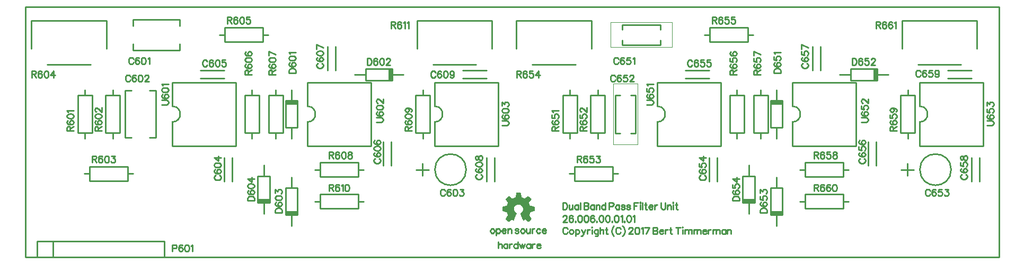
<source format=gto>
G04 start of page 8 for group -4079 idx -4079 *
G04 Title: 26.006.00.01.01, topsilk *
G04 Creator: pcb 4.1.2 *
G04 CreationDate: Fri Aug 10 20:06:23 2018 UTC *
G04 For: bert *
G04 Format: Gerber/RS-274X *
G04 PCB-Dimensions (mil): 6200.00 1620.00 *
G04 PCB-Coordinate-Origin: lower left *
%MOIN*%
%FSLAX25Y25*%
%LNGTO*%
%ADD48C,0.0000*%
%ADD47C,0.0100*%
%ADD46C,0.0001*%
G54D46*G36*
X311477Y42414D02*X314054D01*
X314137Y42382D01*
X314184Y42306D01*
X314233Y42067D01*
X314277Y41845D01*
X314668Y39713D01*
X314715Y39625D01*
X314798Y39567D01*
X314901Y39523D01*
X315691Y39252D01*
X316441Y38894D01*
X316447D01*
X316534Y38856D01*
X316631Y38842D01*
X316729Y38873D01*
X318502Y40092D01*
X318693Y40217D01*
X318894Y40353D01*
X318980Y40378D01*
X319062Y40342D01*
X319393Y40012D01*
X319897Y39512D01*
X320055Y39349D01*
X320554Y38851D01*
X320716Y38694D01*
X320884Y38520D01*
X320923Y38435D01*
X320901Y38346D01*
X320765Y38145D01*
X320636Y37955D01*
X319447Y36219D01*
X319415Y36127D01*
X319430Y36030D01*
X319475Y35931D01*
X320158Y34325D01*
X320195Y34234D01*
X320258Y34156D01*
X320348Y34109D01*
X322387Y33728D01*
X322611Y33685D01*
X322854Y33642D01*
X322929Y33595D01*
X322958Y33512D01*
Y30935D01*
X322929Y30846D01*
X322854Y30799D01*
X322611Y30756D01*
X322387Y30713D01*
X320408Y30344D01*
X320320Y30296D01*
X320266Y30213D01*
X320238Y30153D01*
Y30142D01*
X319523Y28369D01*
X319518Y28357D01*
X319501Y28314D01*
X319484Y28213D01*
X319512Y28119D01*
X320641Y26487D01*
X320765Y26296D01*
X320906Y26095D01*
X320925Y26009D01*
X320884Y25927D01*
X320716Y25748D01*
X320554Y25591D01*
X319236Y24273D01*
X319062Y24105D01*
X318980Y24064D01*
X318894Y24082D01*
X318693Y24224D01*
X318502Y24348D01*
X316908Y25445D01*
X316809Y25474D01*
X316712Y25455D01*
X316381Y25271D01*
X316187Y25162D01*
X315840Y24984D01*
X315755Y24978D01*
X315693Y25038D01*
X315547Y25395D01*
X315459Y25602D01*
X314076Y28960D01*
X313988Y29166D01*
X313891Y29399D01*
X313887Y29494D01*
X313940Y29567D01*
X314163Y29698D01*
X314304Y29806D01*
X314840Y30252D01*
X315255Y30816D01*
X315522Y31475D01*
X315616Y32205D01*
X315558Y32780D01*
X315393Y33314D01*
X315130Y33799D01*
X314781Y34221D01*
X314361Y34570D01*
X313877Y34834D01*
X313343Y34999D01*
X312769Y35057D01*
X312194Y34999D01*
X311659Y34834D01*
X311176Y34570D01*
X310754Y34221D01*
X310406Y33799D01*
X310144Y33314D01*
X309979Y32780D01*
X309920Y32205D01*
X310013Y31475D01*
X310280Y30816D01*
X310694Y30252D01*
X311233Y29806D01*
X311369Y29698D01*
X311591Y29567D01*
X311645Y29494D01*
X311640Y29399D01*
X311543Y29166D01*
X311455Y28960D01*
X310072Y25602D01*
X309986Y25395D01*
X309838Y25038D01*
X309777Y24978D01*
X309693Y24984D01*
X309351Y25162D01*
X309150Y25271D01*
X308819Y25455D01*
X308720Y25474D01*
X308623Y25445D01*
X307029Y24348D01*
X306844Y24224D01*
X306638Y24082D01*
X306551Y24064D01*
X306469Y24105D01*
X306295Y24273D01*
X306138Y24435D01*
X305640Y24934D01*
X305477Y25092D01*
X304977Y25591D01*
X304815Y25748D01*
X304647Y25927D01*
X304608Y26009D01*
X304630Y26095D01*
X304766Y26296D01*
X304897Y26487D01*
X306019Y28119D01*
X306047Y28213D01*
X306030Y28314D01*
X306008Y28374D01*
X305298Y30148D01*
X305265Y30213D01*
X305211Y30296D01*
X305125Y30344D01*
X303144Y30713D01*
X302922Y30756D01*
X302683Y30799D01*
X302604Y30849D01*
X302575Y30935D01*
Y33512D01*
X302604Y33595D01*
X302683Y33642D01*
X302922Y33691D01*
X303144Y33728D01*
X305184Y34109D01*
X305273Y34156D01*
X305336Y34239D01*
X305373Y34325D01*
X306062Y35931D01*
X306101Y36030D01*
X306118Y36127D01*
X306090Y36219D01*
X304897Y37960D01*
X304766Y38145D01*
X304630Y38346D01*
X304608Y38435D01*
X304647Y38520D01*
X304815Y38694D01*
X304977Y38851D01*
X306469Y40342D01*
X306551Y40378D01*
X306638Y40359D01*
X306844Y40223D01*
X307029Y40092D01*
X308802Y38873D01*
X308900Y38844D01*
X308998Y38862D01*
X309084Y38894D01*
X309095Y38899D01*
X309841Y39253D01*
X310631Y39528D01*
X310734Y39567D01*
X310818Y39625D01*
X310863Y39713D01*
X311261Y41845D01*
X311298Y42067D01*
X311347Y42306D01*
X311394Y42382D01*
X311477Y42414D01*
G37*
G54D47*X2500Y159500D02*Y2000D01*
X615000D01*
X2500Y159500D02*X615000D01*
Y2000D01*
X296000Y19800D02*X295600Y19600D01*
X295200Y19200D01*
X295000Y18600D01*
Y18200D01*
X295200Y17600D01*
X295600Y17200D01*
X296000Y17000D01*
X296600D01*
X297000Y17200D01*
X297400Y17600D01*
X297600Y18200D01*
Y18600D02*Y18200D01*
Y18600D02*X297400Y19200D01*
X297000Y19600D01*
X296600Y19800D01*
X296000D02*X296600D01*
X298800D02*Y15600D01*
Y19200D02*X299200Y19600D01*
X299600Y19800D01*
X300200D01*
X300600Y19600D01*
X301000Y19200D01*
X301200Y18600D01*
Y18200D01*
X301000Y17600D01*
X300600Y17200D01*
X300200Y17000D01*
X299600D02*X300200D01*
X299600D02*X299200Y17200D01*
X298800Y17600D01*
X302400Y18600D02*X304800D01*
Y19000D02*Y18600D01*
Y19000D02*X304600Y19400D01*
X304400Y19600D01*
X304000Y19800D01*
X303400D02*X304000D01*
X303400D02*X303000Y19600D01*
X302600Y19200D01*
X302400Y18600D01*
Y18200D01*
X302600Y17600D01*
X303000Y17200D01*
X303400Y17000D01*
X304000D01*
X304400Y17200D01*
X304800Y17600D01*
X306000Y19800D02*Y17000D01*
Y19000D02*X306600Y19600D01*
X307000Y19800D01*
X307600D01*
X308000Y19600D01*
X308200Y19000D01*
Y17000D01*
X312800Y19200D02*X312600Y19600D01*
X312000Y19800D01*
X311400D02*X312000D01*
X311400D02*X310800Y19600D01*
X310600Y19200D01*
X310800Y18800D01*
X311200Y18600D01*
X312200Y18400D01*
X312600Y18200D01*
X312800Y17800D01*
Y17600D01*
X312600Y17200D01*
X312000Y17000D01*
X311400D02*X312000D01*
X311400D02*X310800Y17200D01*
X310600Y17600D01*
X315000Y19800D02*X314600Y19600D01*
X314200Y19200D01*
X314000Y18600D01*
Y18200D01*
X314200Y17600D01*
X314600Y17200D01*
X315000Y17000D01*
X315600D01*
X316000Y17200D01*
X316400Y17600D01*
X316600Y18200D01*
Y18600D02*Y18200D01*
Y18600D02*X316400Y19200D01*
X316000Y19600D01*
X315600Y19800D01*
X315000D02*X315600D01*
X317800D02*Y17800D01*
X318000Y17200D01*
X318400Y17000D01*
X319000D01*
X319400Y17200D01*
X320000Y17800D01*
Y19800D02*Y17000D01*
X321200Y19800D02*Y17000D01*
Y18600D02*X321400Y19200D01*
X321800Y19600D01*
X322200Y19800D01*
X322800D01*
X326400Y19200D02*X326000Y19600D01*
X325600Y19800D01*
X325000D02*X325600D01*
X325000D02*X324600Y19600D01*
X324200Y19200D01*
X324000Y18600D01*
Y18200D01*
X324200Y17600D01*
X324600Y17200D01*
X325000Y17000D01*
X325600D01*
X326000Y17200D01*
X326400Y17600D01*
X327600Y18600D02*X330000D01*
Y19000D02*Y18600D01*
Y19000D02*X329800Y19400D01*
X329600Y19600D01*
X329200Y19800D01*
X328600D02*X329200D01*
X328600D02*X328200Y19600D01*
X327800Y19200D01*
X327600Y18600D01*
Y18200D01*
X327800Y17600D01*
X328200Y17200D01*
X328600Y17000D01*
X329200D01*
X329600Y17200D01*
X330000Y17600D01*
X300000Y11700D02*Y7500D01*
Y9500D02*X300600Y10100D01*
X301000Y10300D01*
X301600D01*
X302000Y10100D01*
X302200Y9500D01*
Y7500D01*
X305800Y10300D02*Y7500D01*
Y9700D02*X305400Y10100D01*
X305000Y10300D01*
X304400D02*X305000D01*
X304400D02*X304000Y10100D01*
X303600Y9700D01*
X303400Y9100D01*
Y8700D01*
X303600Y8100D01*
X304000Y7700D01*
X304400Y7500D01*
X305000D01*
X305400Y7700D01*
X305800Y8100D01*
X307000Y10300D02*Y7500D01*
Y9100D02*X307200Y9700D01*
X307600Y10100D01*
X308000Y10300D01*
X308600D01*
X312200Y11700D02*Y7500D01*
Y9700D02*X311800Y10100D01*
X311400Y10300D01*
X310800D02*X311400D01*
X310800D02*X310400Y10100D01*
X310000Y9700D01*
X309800Y9100D01*
Y8700D01*
X310000Y8100D01*
X310400Y7700D01*
X310800Y7500D01*
X311400D01*
X311800Y7700D01*
X312200Y8100D01*
X313400Y10300D02*X314200Y7500D01*
X315000Y10300D02*X314200Y7500D01*
X315000Y10300D02*X315800Y7500D01*
X316600Y10300D02*X315800Y7500D01*
X320200Y10300D02*Y7500D01*
Y9700D02*X319800Y10100D01*
X319400Y10300D01*
X318800D02*X319400D01*
X318800D02*X318400Y10100D01*
X318000Y9700D01*
X317800Y9100D01*
Y8700D01*
X318000Y8100D01*
X318400Y7700D01*
X318800Y7500D01*
X319400D01*
X319800Y7700D01*
X320200Y8100D01*
X321400Y10300D02*Y7500D01*
Y9100D02*X321600Y9700D01*
X322000Y10100D01*
X322400Y10300D01*
X323000D01*
X324200Y9100D02*X326600D01*
Y9500D02*Y9100D01*
Y9500D02*X326400Y9900D01*
X326200Y10100D01*
X325800Y10300D01*
X325200D02*X325800D01*
X325200D02*X324800Y10100D01*
X324400Y9700D01*
X324200Y9100D01*
Y8700D01*
X324400Y8100D01*
X324800Y7700D01*
X325200Y7500D01*
X325800D01*
X326200Y7700D01*
X326600Y8100D01*
X340500Y36200D02*Y32000D01*
Y36200D02*X341900D01*
X342500Y36000D01*
X342900Y35600D01*
X343100Y35200D01*
X343300Y34600D01*
Y33600D01*
X343100Y33000D01*
X342900Y32600D01*
X342500Y32200D01*
X341900Y32000D01*
X340500D02*X341900D01*
X344500Y34800D02*Y32800D01*
X344700Y32200D01*
X345100Y32000D01*
X345700D01*
X346100Y32200D01*
X346700Y32800D01*
Y34800D02*Y32000D01*
X350300Y34800D02*Y32000D01*
Y34200D02*X349900Y34600D01*
X349500Y34800D01*
X348900D02*X349500D01*
X348900D02*X348500Y34600D01*
X348100Y34200D01*
X347900Y33600D01*
Y33200D01*
X348100Y32600D01*
X348500Y32200D01*
X348900Y32000D01*
X349500D01*
X349900Y32200D01*
X350300Y32600D01*
X351500Y36200D02*Y32000D01*
X353900Y36200D02*Y32000D01*
Y36200D02*X355700D01*
X356300Y36000D01*
X356500Y35800D01*
X356700Y35400D01*
Y35000D01*
X356500Y34600D01*
X356300Y34400D01*
X355700Y34200D01*
X353900D02*X355700D01*
X356300Y34000D01*
X356500Y33800D01*
X356700Y33400D01*
Y32800D01*
X356500Y32400D01*
X356300Y32200D01*
X355700Y32000D01*
X353900D02*X355700D01*
X360300Y34800D02*Y32000D01*
Y34200D02*X359900Y34600D01*
X359500Y34800D01*
X358900D02*X359500D01*
X358900D02*X358500Y34600D01*
X358100Y34200D01*
X357900Y33600D01*
Y33200D01*
X358100Y32600D01*
X358500Y32200D01*
X358900Y32000D01*
X359500D01*
X359900Y32200D01*
X360300Y32600D01*
X361500Y34800D02*Y32000D01*
Y34000D02*X362100Y34600D01*
X362500Y34800D01*
X363100D01*
X363500Y34600D01*
X363700Y34000D01*
Y32000D01*
X367300Y36200D02*Y32000D01*
Y34200D02*X366900Y34600D01*
X366500Y34800D01*
X365900D02*X366500D01*
X365900D02*X365500Y34600D01*
X365100Y34200D01*
X364900Y33600D01*
Y33200D01*
X365100Y32600D01*
X365500Y32200D01*
X365900Y32000D01*
X366500D01*
X366900Y32200D01*
X367300Y32600D01*
X369700Y36200D02*Y32000D01*
Y36200D02*X371500D01*
X372100Y36000D01*
X372300Y35800D01*
X372500Y35400D01*
Y34800D01*
X372300Y34400D01*
X372100Y34200D01*
X371500Y34000D01*
X369700D02*X371500D01*
X376100Y34800D02*Y32000D01*
Y34200D02*X375700Y34600D01*
X375300Y34800D01*
X374700D02*X375300D01*
X374700D02*X374300Y34600D01*
X373900Y34200D01*
X373700Y33600D01*
Y33200D01*
X373900Y32600D01*
X374300Y32200D01*
X374700Y32000D01*
X375300D01*
X375700Y32200D01*
X376100Y32600D01*
X379500Y34200D02*X379300Y34600D01*
X378700Y34800D01*
X378100D02*X378700D01*
X378100D02*X377500Y34600D01*
X377300Y34200D01*
X377500Y33800D01*
X377900Y33600D01*
X378900Y33400D01*
X379300Y33200D01*
X379500Y32800D01*
Y32600D01*
X379300Y32200D01*
X378700Y32000D01*
X378100D02*X378700D01*
X378100D02*X377500Y32200D01*
X377300Y32600D01*
X382900Y34200D02*X382700Y34600D01*
X382100Y34800D01*
X381500D02*X382100D01*
X381500D02*X380900Y34600D01*
X380700Y34200D01*
X380900Y33800D01*
X381300Y33600D01*
X382300Y33400D01*
X382700Y33200D01*
X382900Y32800D01*
Y32600D01*
X382700Y32200D01*
X382100Y32000D01*
X381500D02*X382100D01*
X381500D02*X380900Y32200D01*
X380700Y32600D01*
X385300Y36200D02*Y32000D01*
Y36200D02*X387900D01*
X385300Y34200D02*X386900D01*
X389100Y36200D02*X389300Y36000D01*
X389500Y36200D01*
X389300Y36400D01*
X389100Y36200D01*
X389300Y34800D02*Y32000D01*
X390700Y36200D02*Y32000D01*
X392500Y36200D02*Y32800D01*
X392700Y32200D01*
X393100Y32000D01*
X393500D01*
X391900Y34800D02*X393300D01*
X394700Y33600D02*X397100D01*
Y34000D02*Y33600D01*
Y34000D02*X396900Y34400D01*
X396700Y34600D01*
X396300Y34800D01*
X395700D02*X396300D01*
X395700D02*X395300Y34600D01*
X394900Y34200D01*
X394700Y33600D01*
Y33200D01*
X394900Y32600D01*
X395300Y32200D01*
X395700Y32000D01*
X396300D01*
X396700Y32200D01*
X397100Y32600D01*
X398300Y34800D02*Y32000D01*
Y33600D02*X398500Y34200D01*
X398900Y34600D01*
X399300Y34800D01*
X399900D01*
X402300Y36200D02*Y33200D01*
X402500Y32600D01*
X402900Y32200D01*
X403500Y32000D01*
X403900D01*
X404500Y32200D01*
X404900Y32600D01*
X405100Y33200D01*
Y36200D02*Y33200D01*
X406300Y34800D02*Y32000D01*
Y34000D02*X406900Y34600D01*
X407300Y34800D01*
X407900D01*
X408300Y34600D01*
X408500Y34000D01*
Y32000D01*
X409700Y36200D02*X409900Y36000D01*
X410100Y36200D01*
X409900Y36400D01*
X409700Y36200D01*
X409900Y34800D02*Y32000D01*
X411900Y36200D02*Y32800D01*
X412100Y32200D01*
X412500Y32000D01*
X412900D01*
X411300Y34800D02*X412700D01*
X343500Y19700D02*X343300Y20100D01*
X342900Y20500D01*
X342500Y20700D01*
X341700D02*X342500D01*
X341700D02*X341300Y20500D01*
X340900Y20100D01*
X340700Y19700D01*
X340500Y19100D01*
Y18100D01*
X340700Y17500D01*
X340900Y17100D01*
X341300Y16700D01*
X341700Y16500D01*
X342500D01*
X342900Y16700D01*
X343300Y17100D01*
X343500Y17500D01*
X345700Y19300D02*X345300Y19100D01*
X344900Y18700D01*
X344700Y18100D01*
Y17700D01*
X344900Y17100D01*
X345300Y16700D01*
X345700Y16500D01*
X346300D01*
X346700Y16700D01*
X347100Y17100D01*
X347300Y17700D01*
Y18100D02*Y17700D01*
Y18100D02*X347100Y18700D01*
X346700Y19100D01*
X346300Y19300D01*
X345700D02*X346300D01*
X348500D02*Y15100D01*
Y18700D02*X348900Y19100D01*
X349300Y19300D01*
X349900D01*
X350300Y19100D01*
X350700Y18700D01*
X350900Y18100D01*
Y17700D01*
X350700Y17100D01*
X350300Y16700D01*
X349900Y16500D01*
X349300D02*X349900D01*
X349300D02*X348900Y16700D01*
X348500Y17100D01*
X352300Y19300D02*X353500Y16500D01*
X354700Y19300D02*X353500Y16500D01*
X353100Y15700D01*
X352700Y15300D01*
X352300Y15100D01*
X352100D02*X352300D01*
X355900Y19300D02*Y16500D01*
Y18100D02*X356100Y18700D01*
X356500Y19100D01*
X356900Y19300D01*
X357500D01*
X358700Y20700D02*X358900Y20500D01*
X359100Y20700D01*
X358900Y20900D01*
X358700Y20700D01*
X358900Y19300D02*Y16500D01*
X362700Y19300D02*Y16100D01*
X362500Y15500D01*
X362300Y15300D01*
X361900Y15100D01*
X361300D02*X361900D01*
X361300D02*X360900Y15300D01*
X362700Y18700D02*X362300Y19100D01*
X361900Y19300D01*
X361300D02*X361900D01*
X361300D02*X360900Y19100D01*
X360500Y18700D01*
X360300Y18100D01*
Y17700D01*
X360500Y17100D01*
X360900Y16700D01*
X361300Y16500D01*
X361900D01*
X362300Y16700D01*
X362700Y17100D01*
X363900Y20700D02*Y16500D01*
Y18500D02*X364500Y19100D01*
X364900Y19300D01*
X365500D01*
X365900Y19100D01*
X366100Y18500D01*
Y16500D01*
X367900Y20700D02*Y17300D01*
X368100Y16700D01*
X368500Y16500D01*
X368900D01*
X367300Y19300D02*X368700D01*
X372700Y21500D02*X372300Y21100D01*
X371900Y20500D01*
X371500Y19700D01*
X371300Y18700D01*
Y17900D01*
X371500Y16900D01*
X371900Y16100D01*
X372300Y15500D01*
X372700Y15100D01*
X376900Y19700D02*X376700Y20100D01*
X376300Y20500D01*
X375900Y20700D01*
X375100D02*X375900D01*
X375100D02*X374700Y20500D01*
X374300Y20100D01*
X374100Y19700D01*
X373900Y19100D01*
Y18100D01*
X374100Y17500D01*
X374300Y17100D01*
X374700Y16700D01*
X375100Y16500D01*
X375900D01*
X376300Y16700D01*
X376700Y17100D01*
X376900Y17500D01*
X378100Y21500D02*X378500Y21100D01*
X378900Y20500D01*
X379300Y19700D01*
X379500Y18700D01*
Y17900D01*
X379300Y16900D01*
X378900Y16100D01*
X378500Y15500D01*
X378100Y15100D01*
X382100Y19900D02*Y19700D01*
Y19900D02*X382300Y20300D01*
X382500Y20500D01*
X382900Y20700D01*
X383700D01*
X384100Y20500D01*
X384300Y20300D01*
X384500Y19900D01*
Y19500D01*
X384300Y19100D01*
X383900Y18500D01*
X381900Y16500D01*
X384700D01*
X387100Y20700D02*X386500Y20500D01*
X386100Y19900D01*
X385900Y18900D01*
Y18300D01*
X386100Y17300D01*
X386500Y16700D01*
X387100Y16500D01*
X387500D01*
X388100Y16700D01*
X388500Y17300D01*
X388700Y18300D01*
Y18900D02*Y18300D01*
Y18900D02*X388500Y19900D01*
X388100Y20500D01*
X387500Y20700D01*
X387100D02*X387500D01*
X389900Y19900D02*X390300Y20100D01*
X390900Y20700D01*
Y16500D01*
X394900Y20700D02*X392900Y16500D01*
X392100Y20700D02*X394900D01*
X397300D02*Y16500D01*
Y20700D02*X399100D01*
X399700Y20500D01*
X399900Y20300D01*
X400100Y19900D01*
Y19500D01*
X399900Y19100D01*
X399700Y18900D01*
X399100Y18700D01*
X397300D02*X399100D01*
X399700Y18500D01*
X399900Y18300D01*
X400100Y17900D01*
Y17300D01*
X399900Y16900D01*
X399700Y16700D01*
X399100Y16500D01*
X397300D02*X399100D01*
X401300Y18100D02*X403700D01*
Y18500D02*Y18100D01*
Y18500D02*X403500Y18900D01*
X403300Y19100D01*
X402900Y19300D01*
X402300D02*X402900D01*
X402300D02*X401900Y19100D01*
X401500Y18700D01*
X401300Y18100D01*
Y17700D01*
X401500Y17100D01*
X401900Y16700D01*
X402300Y16500D01*
X402900D01*
X403300Y16700D01*
X403700Y17100D01*
X404900Y19300D02*Y16500D01*
Y18100D02*X405100Y18700D01*
X405500Y19100D01*
X405900Y19300D01*
X406500D01*
X408300Y20700D02*Y17300D01*
X408500Y16700D01*
X408900Y16500D01*
X409300D01*
X407700Y19300D02*X409100D01*
X413100Y20700D02*Y16500D01*
X411700Y20700D02*X414500D01*
X415700D02*X415900Y20500D01*
X416100Y20700D01*
X415900Y20900D01*
X415700Y20700D01*
X415900Y19300D02*Y16500D01*
X417300Y19300D02*Y16500D01*
Y18500D02*X417900Y19100D01*
X418300Y19300D01*
X418900D01*
X419300Y19100D01*
X419500Y18500D01*
Y16500D01*
Y18500D02*X420100Y19100D01*
X420500Y19300D01*
X421100D01*
X421500Y19100D01*
X421700Y18500D01*
Y16500D01*
X422900Y19300D02*Y16500D01*
Y18500D02*X423500Y19100D01*
X423900Y19300D01*
X424500D01*
X424900Y19100D01*
X425100Y18500D01*
Y16500D01*
Y18500D02*X425700Y19100D01*
X426100Y19300D01*
X426700D01*
X427100Y19100D01*
X427300Y18500D01*
Y16500D01*
X428500Y18100D02*X430900D01*
Y18500D02*Y18100D01*
Y18500D02*X430700Y18900D01*
X430500Y19100D01*
X430100Y19300D01*
X429500D02*X430100D01*
X429500D02*X429100Y19100D01*
X428700Y18700D01*
X428500Y18100D01*
Y17700D01*
X428700Y17100D01*
X429100Y16700D01*
X429500Y16500D01*
X430100D01*
X430500Y16700D01*
X430900Y17100D01*
X432100Y19300D02*Y16500D01*
Y18100D02*X432300Y18700D01*
X432700Y19100D01*
X433100Y19300D01*
X433700D01*
X434900D02*Y16500D01*
Y18500D02*X435500Y19100D01*
X435900Y19300D01*
X436500D01*
X436900Y19100D01*
X437100Y18500D01*
Y16500D01*
Y18500D02*X437700Y19100D01*
X438100Y19300D01*
X438700D01*
X439100Y19100D01*
X439300Y18500D01*
Y16500D01*
X442900Y19300D02*Y16500D01*
Y18700D02*X442500Y19100D01*
X442100Y19300D01*
X441500D02*X442100D01*
X441500D02*X441100Y19100D01*
X440700Y18700D01*
X440500Y18100D01*
Y17700D01*
X440700Y17100D01*
X441100Y16700D01*
X441500Y16500D01*
X442100D01*
X442500Y16700D01*
X442900Y17100D01*
X444100Y19300D02*Y16500D01*
Y18500D02*X444700Y19100D01*
X445100Y19300D01*
X445700D01*
X446100Y19100D01*
X446300Y18500D01*
Y16500D01*
X340700Y27400D02*Y27200D01*
Y27400D02*X340900Y27800D01*
X341100Y28000D01*
X341500Y28200D01*
X342300D01*
X342700Y28000D01*
X342900Y27800D01*
X343100Y27400D01*
Y27000D01*
X342900Y26600D01*
X342500Y26000D01*
X340500Y24000D01*
X343300D01*
X346900Y27600D02*X346700Y28000D01*
X346100Y28200D01*
X345700D02*X346100D01*
X345700D02*X345100Y28000D01*
X344700Y27400D01*
X344500Y26400D01*
Y25400D01*
X344700Y24600D01*
X345100Y24200D01*
X345700Y24000D01*
X345900D01*
X346500Y24200D01*
X346900Y24600D01*
X347100Y25200D01*
Y25400D02*Y25200D01*
Y25400D02*X346900Y26000D01*
X346500Y26400D01*
X345900Y26600D01*
X345700D02*X345900D01*
X345700D02*X345100Y26400D01*
X344700Y26000D01*
X344500Y25400D01*
X348500Y24400D02*X348300Y24200D01*
X348500Y24000D01*
X348700Y24200D01*
X348500Y24400D01*
X351100Y28200D02*X350500Y28000D01*
X350100Y27400D01*
X349900Y26400D01*
Y25800D01*
X350100Y24800D01*
X350500Y24200D01*
X351100Y24000D01*
X351500D01*
X352100Y24200D01*
X352500Y24800D01*
X352700Y25800D01*
Y26400D02*Y25800D01*
Y26400D02*X352500Y27400D01*
X352100Y28000D01*
X351500Y28200D01*
X351100D02*X351500D01*
X355100D02*X354500Y28000D01*
X354100Y27400D01*
X353900Y26400D01*
Y25800D01*
X354100Y24800D01*
X354500Y24200D01*
X355100Y24000D01*
X355500D01*
X356100Y24200D01*
X356500Y24800D01*
X356700Y25800D01*
Y26400D02*Y25800D01*
Y26400D02*X356500Y27400D01*
X356100Y28000D01*
X355500Y28200D01*
X355100D02*X355500D01*
X360300Y27600D02*X360100Y28000D01*
X359500Y28200D01*
X359100D02*X359500D01*
X359100D02*X358500Y28000D01*
X358100Y27400D01*
X357900Y26400D01*
Y25400D01*
X358100Y24600D01*
X358500Y24200D01*
X359100Y24000D01*
X359300D01*
X359900Y24200D01*
X360300Y24600D01*
X360500Y25200D01*
Y25400D02*Y25200D01*
Y25400D02*X360300Y26000D01*
X359900Y26400D01*
X359300Y26600D01*
X359100D02*X359300D01*
X359100D02*X358500Y26400D01*
X358100Y26000D01*
X357900Y25400D01*
X361900Y24400D02*X361700Y24200D01*
X361900Y24000D01*
X362100Y24200D01*
X361900Y24400D01*
X364500Y28200D02*X363900Y28000D01*
X363500Y27400D01*
X363300Y26400D01*
Y25800D01*
X363500Y24800D01*
X363900Y24200D01*
X364500Y24000D01*
X364900D01*
X365500Y24200D01*
X365900Y24800D01*
X366100Y25800D01*
Y26400D02*Y25800D01*
Y26400D02*X365900Y27400D01*
X365500Y28000D01*
X364900Y28200D01*
X364500D02*X364900D01*
X368500D02*X367900Y28000D01*
X367500Y27400D01*
X367300Y26400D01*
Y25800D01*
X367500Y24800D01*
X367900Y24200D01*
X368500Y24000D01*
X368900D01*
X369500Y24200D01*
X369900Y24800D01*
X370100Y25800D01*
Y26400D02*Y25800D01*
Y26400D02*X369900Y27400D01*
X369500Y28000D01*
X368900Y28200D01*
X368500D02*X368900D01*
X371500Y24400D02*X371300Y24200D01*
X371500Y24000D01*
X371700Y24200D01*
X371500Y24400D01*
X374100Y28200D02*X373500Y28000D01*
X373100Y27400D01*
X372900Y26400D01*
Y25800D01*
X373100Y24800D01*
X373500Y24200D01*
X374100Y24000D01*
X374500D01*
X375100Y24200D01*
X375500Y24800D01*
X375700Y25800D01*
Y26400D02*Y25800D01*
Y26400D02*X375500Y27400D01*
X375100Y28000D01*
X374500Y28200D01*
X374100D02*X374500D01*
X376900Y27400D02*X377300Y27600D01*
X377900Y28200D01*
Y24000D01*
X379300Y24400D02*X379100Y24200D01*
X379300Y24000D01*
X379500Y24200D01*
X379300Y24400D01*
X381900Y28200D02*X381300Y28000D01*
X380900Y27400D01*
X380700Y26400D01*
Y25800D01*
X380900Y24800D01*
X381300Y24200D01*
X381900Y24000D01*
X382300D01*
X382900Y24200D01*
X383300Y24800D01*
X383500Y25800D01*
Y26400D02*Y25800D01*
Y26400D02*X383300Y27400D01*
X382900Y28000D01*
X382300Y28200D01*
X381900D02*X382300D01*
X384700Y27400D02*X385100Y27600D01*
X385700Y28200D01*
Y24000D01*
X2500Y2000D02*Y12000D01*
Y2000D02*X12500D01*
X6378Y133221D02*Y150780D01*
X43622Y123221D02*X16378D01*
X53622Y150780D02*Y133221D01*
X6378Y150780D02*X53622D01*
X10000Y12000D02*Y2000D01*
X20000Y12000D02*Y2000D01*
X10000D02*X90000D01*
X10000Y12000D02*X90000D01*
Y2000D01*
X40000Y80100D02*Y76700D01*
Y107300D02*Y103900D01*
X35500Y80100D02*X44500D01*
X35500Y103900D02*X44500D01*
X35500D02*Y80100D01*
X44500Y103900D02*Y80100D01*
X57500Y107300D02*Y103900D01*
Y80100D02*Y76700D01*
X53000Y103900D02*X62000D01*
X53000Y80100D02*X62000D01*
Y103900D02*Y80100D01*
X53000Y103900D02*Y80100D01*
X65354Y106764D02*Y77236D01*
X84646Y106764D02*Y77236D01*
X65354D02*X69354D01*
X80646D02*X84646D01*
X65354Y106764D02*X69354D01*
X80646D02*X84646D01*
X39700Y54500D02*X43100D01*
X66900D02*X70300D01*
X43100Y59000D02*Y50000D01*
X66900Y59000D02*Y50000D01*
X43100Y59000D02*X66900D01*
X43100Y50000D02*X66900D01*
X615000Y159500D02*Y149500D01*
Y159500D02*X605000D01*
X597500Y64500D02*Y49500D01*
X602500Y64500D02*Y49500D01*
X565000Y72000D02*X605000D01*
Y112000D02*Y72000D01*
X565000Y112000D02*X605000D01*
X565000Y87000D02*Y72000D01*
Y112000D02*Y97000D01*
Y87000D02*G75*G03X565000Y97000I0J5000D01*G01*
X582500Y114500D02*X597500D01*
X582500Y119500D02*X597500D01*
X553878Y133221D02*Y150780D01*
X591122Y123221D02*X563878D01*
X601122Y150780D02*Y133221D01*
X553878Y150780D02*X601122D01*
X493100Y37000D02*X489700D01*
X516900D02*X520300D01*
X493100Y41500D02*Y32500D01*
X516900Y41500D02*Y32500D01*
X493100Y41500D02*X516900D01*
X493100Y32500D02*X516900D01*
X553347Y57000D02*X561221D01*
X557284Y60937D02*Y53063D01*
X565158Y57000D02*G75*G03X565158Y57000I9843J0D01*G01*
X532500Y74500D02*Y59500D01*
X537500Y74500D02*Y59500D01*
X485000Y72000D02*X525000D01*
Y112000D02*Y72000D01*
X485000Y112000D02*X525000D01*
X485000Y87000D02*Y72000D01*
Y112000D02*Y97000D01*
Y87000D02*G75*G03X485000Y97000I0J5000D01*G01*
X502500Y134500D02*Y119500D01*
X497500Y134500D02*Y119500D01*
X538400Y117000D02*X545300D01*
X514700D02*X521600D01*
X538400Y120700D02*Y113300D01*
X521600Y120700D02*Y113300D01*
X538400D01*
X521600Y120700D02*X538400D01*
X537900D02*Y113300D01*
X537400Y120700D02*Y113300D01*
X536900Y120700D02*Y113300D01*
X536400Y120700D02*Y113300D01*
X557500Y107300D02*Y103900D01*
Y80100D02*Y76700D01*
X553000Y103900D02*X562000D01*
X553000Y80100D02*X562000D01*
Y103900D02*Y80100D01*
X553000Y103900D02*Y80100D01*
X493100Y57000D02*X489700D01*
X516900D02*X520300D01*
X493100Y61500D02*Y52500D01*
X516900Y61500D02*Y52500D01*
X493100Y61500D02*X516900D01*
X493100Y52500D02*X516900D01*
X400000Y72000D02*X440000D01*
Y112000D02*Y72000D01*
X400000Y112000D02*X440000D01*
X400000Y87000D02*Y72000D01*
Y112000D02*Y97000D01*
Y87000D02*G75*G03X400000Y97000I0J5000D01*G01*
X450000Y80100D02*Y76700D01*
Y107300D02*Y103900D01*
X445500Y80100D02*X454500D01*
X445500Y103900D02*X454500D01*
X445500D02*Y80100D01*
X454500Y103900D02*Y80100D01*
X432500Y64500D02*Y49500D01*
X437500Y64500D02*Y49500D01*
X417500Y114500D02*X432500D01*
X417500Y119500D02*X432500D01*
X456900Y142000D02*X460300D01*
X429700D02*X433100D01*
X456900Y146500D02*Y137500D01*
X433100Y146500D02*Y137500D01*
X456900D01*
X433100Y146500D02*X456900D01*
X311378Y133221D02*Y150780D01*
X348622Y123221D02*X321378D01*
X358622Y150780D02*Y133221D01*
X311378Y150780D02*X358622D01*
G54D48*X370784Y149800D02*X409216D01*
Y134200D02*X370784D01*
X409216Y149800D02*Y134200D01*
X370784Y149800D02*Y134200D01*
G54D47*X402008Y135700D02*X377992D01*
X402008Y138700D02*Y135700D01*
Y145300D02*Y148300D01*
X377992D02*X402008D01*
X377992Y138700D02*Y135700D01*
Y145300D02*Y148300D01*
X475000Y28600D02*Y21700D01*
Y52300D02*Y45400D01*
X471300Y28600D02*X478700D01*
X471300Y45400D02*X478700D01*
X471300D02*Y28600D01*
X478700Y45400D02*Y28600D01*
X471300Y29100D02*X478700D01*
X471300Y29600D02*X478700D01*
X471300Y30100D02*X478700D01*
X471300Y30600D02*X478700D01*
X457500Y36100D02*Y29200D01*
Y59800D02*Y52900D01*
X453800Y36100D02*X461200D01*
X453800Y52900D02*X461200D01*
X453800D02*Y36100D01*
X461200Y52900D02*Y36100D01*
X453800Y36600D02*X461200D01*
X453800Y37100D02*X461200D01*
X453800Y37600D02*X461200D01*
X453800Y38100D02*X461200D01*
X475000Y107300D02*Y100400D01*
Y83600D02*Y76700D01*
X471300Y100400D02*X478700D01*
X471300Y83600D02*X478700D01*
Y100400D02*Y83600D01*
X471300Y100400D02*Y83600D01*
Y99900D02*X478700D01*
X471300Y99400D02*X478700D01*
X471300Y98900D02*X478700D01*
X471300Y98400D02*X478700D01*
X465000Y107300D02*Y103900D01*
Y80100D02*Y76700D01*
X460500Y103900D02*X469500D01*
X460500Y80100D02*X469500D01*
Y103900D02*Y80100D01*
X460500Y103900D02*Y80100D01*
X345000D02*Y76700D01*
Y107300D02*Y103900D01*
X340500Y80100D02*X349500D01*
X340500Y103900D02*X349500D01*
X340500D02*Y80100D01*
X349500Y103900D02*Y80100D01*
G54D48*X372200Y111216D02*Y72784D01*
X387800Y111216D02*Y72784D01*
X372200Y111216D02*X387800D01*
X372200Y72784D02*X387800D01*
G54D47*X386300Y104008D02*Y79992D01*
X383300Y104008D02*X386300D01*
X373700D02*X376700D01*
X373700D02*Y79992D01*
X383300D02*X386300D01*
X373700D02*X376700D01*
X362500Y107300D02*Y103900D01*
Y80100D02*Y76700D01*
X358000Y103900D02*X367000D01*
X358000Y80100D02*X367000D01*
Y103900D02*Y80100D01*
X358000Y103900D02*Y80100D01*
X344700Y54500D02*X348100D01*
X371900D02*X375300D01*
X348100Y59000D02*Y50000D01*
X371900Y59000D02*Y50000D01*
X348100Y59000D02*X371900D01*
X348100Y50000D02*X371900D01*
X260000Y72000D02*X300000D01*
Y112000D02*Y72000D01*
X260000Y112000D02*X300000D01*
X260000Y87000D02*Y72000D01*
Y112000D02*Y97000D01*
Y87000D02*G75*G03X260000Y97000I0J5000D01*G01*
X180000Y72000D02*X220000D01*
Y112000D02*Y72000D01*
X180000Y112000D02*X220000D01*
X180000Y87000D02*Y72000D01*
Y112000D02*Y97000D01*
Y87000D02*G75*G03X180000Y97000I0J5000D01*G01*
X197500Y134500D02*Y119500D01*
X192500Y134500D02*Y119500D01*
X233400Y117000D02*X240300D01*
X209700D02*X216600D01*
X233400Y120700D02*Y113300D01*
X216600Y120700D02*Y113300D01*
X233400D01*
X216600Y120700D02*X233400D01*
X232900D02*Y113300D01*
X232400Y120700D02*Y113300D01*
X231900Y120700D02*Y113300D01*
X231400Y120700D02*Y113300D01*
X277500Y114500D02*X292500D01*
X277500Y119500D02*X292500D01*
X188100Y37000D02*X184700D01*
X211900D02*X215300D01*
X188100Y41500D02*Y32500D01*
X211900Y41500D02*Y32500D01*
X188100Y41500D02*X211900D01*
X188100Y32500D02*X211900D01*
X248347Y57000D02*X256221D01*
X252284Y60937D02*Y53063D01*
X260158Y57000D02*G75*G03X260158Y57000I9843J0D01*G01*
X227500Y74500D02*Y59500D01*
X232500Y74500D02*Y59500D01*
X292500Y64500D02*Y49500D01*
X297500Y64500D02*Y49500D01*
X252500Y107300D02*Y103900D01*
Y80100D02*Y76700D01*
X248000Y103900D02*X257000D01*
X248000Y80100D02*X257000D01*
Y103900D02*Y80100D01*
X248000Y103900D02*Y80100D01*
X188100Y57000D02*X184700D01*
X211900D02*X215300D01*
X188100Y61500D02*Y52500D01*
X211900Y61500D02*Y52500D01*
X188100Y61500D02*X211900D01*
X188100Y52500D02*X211900D01*
X248878Y133221D02*Y150780D01*
X286122Y123221D02*X258878D01*
X296122Y150780D02*Y133221D01*
X248878Y150780D02*X296122D01*
X95000Y72000D02*X135000D01*
Y112000D02*Y72000D01*
X95000Y112000D02*X135000D01*
X95000Y87000D02*Y72000D01*
Y112000D02*Y97000D01*
Y87000D02*G75*G03X95000Y97000I0J5000D01*G01*
X160000Y107300D02*Y103900D01*
Y80100D02*Y76700D01*
X155500Y103900D02*X164500D01*
X155500Y80100D02*X164500D01*
Y103900D02*Y80100D01*
X155500Y103900D02*Y80100D01*
X145000D02*Y76700D01*
Y107300D02*Y103900D01*
X140500Y80100D02*X149500D01*
X140500Y103900D02*X149500D01*
X140500D02*Y80100D01*
X149500Y103900D02*Y80100D01*
X70236Y151646D02*X99764D01*
X70236Y132354D02*X99764D01*
X70236Y151646D02*Y147646D01*
Y136354D02*Y132354D01*
X99764Y151646D02*Y147646D01*
Y136354D02*Y132354D01*
X151900Y142000D02*X155300D01*
X124700D02*X128100D01*
X151900Y146500D02*Y137500D01*
X128100Y146500D02*Y137500D01*
X151900D01*
X128100Y146500D02*X151900D01*
X170000Y28600D02*Y21700D01*
Y52300D02*Y45400D01*
X166300Y28600D02*X173700D01*
X166300Y45400D02*X173700D01*
X166300D02*Y28600D01*
X173700Y45400D02*Y28600D01*
X166300Y29100D02*X173700D01*
X166300Y29600D02*X173700D01*
X166300Y30100D02*X173700D01*
X166300Y30600D02*X173700D01*
X170000Y107300D02*Y100400D01*
Y83600D02*Y76700D01*
X166300Y100400D02*X173700D01*
X166300Y83600D02*X173700D01*
Y100400D02*Y83600D01*
X166300Y100400D02*Y83600D01*
Y99900D02*X173700D01*
X166300Y99400D02*X173700D01*
X166300Y98900D02*X173700D01*
X166300Y98400D02*X173700D01*
X152500Y36100D02*Y29200D01*
Y59800D02*Y52900D01*
X148800Y36100D02*X156200D01*
X148800Y52900D02*X156200D01*
X148800D02*Y36100D01*
X156200Y52900D02*Y36100D01*
X148800Y36600D02*X156200D01*
X148800Y37100D02*X156200D01*
X148800Y37600D02*X156200D01*
X148800Y38100D02*X156200D01*
X127500Y64500D02*Y49500D01*
X132500Y64500D02*Y49500D01*
X112500Y114500D02*X127500D01*
X112500Y119500D02*X127500D01*
X95000Y9700D02*Y5500D01*
Y9700D02*X96800D01*
X97400Y9500D01*
X97600Y9300D01*
X97800Y8900D01*
Y8300D01*
X97600Y7900D01*
X97400Y7700D01*
X96800Y7500D01*
X95000D02*X96800D01*
X101400Y9100D02*X101200Y9500D01*
X100600Y9700D01*
X100200D02*X100600D01*
X100200D02*X99600Y9500D01*
X99200Y8900D01*
X99000Y7900D01*
Y6900D01*
X99200Y6100D01*
X99600Y5700D01*
X100200Y5500D01*
X100400D01*
X101000Y5700D01*
X101400Y6100D01*
X101600Y6700D01*
Y6900D02*Y6700D01*
Y6900D02*X101400Y7500D01*
X101000Y7900D01*
X100400Y8100D01*
X100200D02*X100400D01*
X100200D02*X99600Y7900D01*
X99200Y7500D01*
X99000Y6900D01*
X104000Y9700D02*X103400Y9500D01*
X103000Y8900D01*
X102800Y7900D01*
Y7300D01*
X103000Y6300D01*
X103400Y5700D01*
X104000Y5500D01*
X104400D01*
X105000Y5700D01*
X105400Y6300D01*
X105600Y7300D01*
Y7900D02*Y7300D01*
Y7900D02*X105400Y8900D01*
X105000Y9500D01*
X104400Y9700D01*
X104000D02*X104400D01*
X106800Y8900D02*X107200Y9100D01*
X107800Y9700D01*
Y5500D01*
X70500Y126700D02*X70300Y127100D01*
X69900Y127500D01*
X69500Y127700D01*
X68700D02*X69500D01*
X68700D02*X68300Y127500D01*
X67900Y127100D01*
X67700Y126700D01*
X67500Y126100D01*
Y125100D01*
X67700Y124500D01*
X67900Y124100D01*
X68300Y123700D01*
X68700Y123500D01*
X69500D01*
X69900Y123700D01*
X70300Y124100D01*
X70500Y124500D01*
X74100Y127100D02*X73900Y127500D01*
X73300Y127700D01*
X72900D02*X73300D01*
X72900D02*X72300Y127500D01*
X71900Y126900D01*
X71700Y125900D01*
Y124900D01*
X71900Y124100D01*
X72300Y123700D01*
X72900Y123500D01*
X73100D01*
X73700Y123700D01*
X74100Y124100D01*
X74300Y124700D01*
Y124900D02*Y124700D01*
Y124900D02*X74100Y125500D01*
X73700Y125900D01*
X73100Y126100D01*
X72900D02*X73100D01*
X72900D02*X72300Y125900D01*
X71900Y125500D01*
X71700Y124900D01*
X76700Y127700D02*X76100Y127500D01*
X75700Y126900D01*
X75500Y125900D01*
Y125300D01*
X75700Y124300D01*
X76100Y123700D01*
X76700Y123500D01*
X77100D01*
X77700Y123700D01*
X78100Y124300D01*
X78300Y125300D01*
Y125900D02*Y125300D01*
Y125900D02*X78100Y126900D01*
X77700Y127500D01*
X77100Y127700D01*
X76700D02*X77100D01*
X79500Y126900D02*X79900Y127100D01*
X80500Y127700D01*
Y123500D01*
X6500Y119200D02*Y115000D01*
Y119200D02*X8300D01*
X8900Y119000D01*
X9100Y118800D01*
X9300Y118400D01*
Y118000D01*
X9100Y117600D01*
X8900Y117400D01*
X8300Y117200D01*
X6500D02*X8300D01*
X7900D02*X9300Y115000D01*
X12900Y118600D02*X12700Y119000D01*
X12100Y119200D01*
X11700D02*X12100D01*
X11700D02*X11100Y119000D01*
X10700Y118400D01*
X10500Y117400D01*
Y116400D01*
X10700Y115600D01*
X11100Y115200D01*
X11700Y115000D01*
X11900D01*
X12500Y115200D01*
X12900Y115600D01*
X13100Y116200D01*
Y116400D02*Y116200D01*
Y116400D02*X12900Y117000D01*
X12500Y117400D01*
X11900Y117600D01*
X11700D02*X11900D01*
X11700D02*X11100Y117400D01*
X10700Y117000D01*
X10500Y116400D01*
X15500Y119200D02*X14900Y119000D01*
X14500Y118400D01*
X14300Y117400D01*
Y116800D01*
X14500Y115800D01*
X14900Y115200D01*
X15500Y115000D01*
X15900D01*
X16500Y115200D01*
X16900Y115800D01*
X17100Y116800D01*
Y117400D02*Y116800D01*
Y117400D02*X16900Y118400D01*
X16500Y119000D01*
X15900Y119200D01*
X15500D02*X15900D01*
X20300D02*X18300Y116400D01*
X21300D01*
X20300Y119200D02*Y115000D01*
X88300Y98000D02*X91300D01*
X91900Y98200D01*
X92300Y98600D01*
X92500Y99200D01*
Y99600D02*Y99200D01*
Y99600D02*X92300Y100200D01*
X91900Y100600D01*
X91300Y100800D01*
X88300D02*X91300D01*
X88900Y104400D02*X88500Y104200D01*
X88300Y103600D01*
Y103200D01*
X88500Y102600D01*
X89100Y102200D01*
X90100Y102000D01*
X91100D01*
X91900Y102200D01*
X92300Y102600D01*
X92500Y103200D01*
Y103400D02*Y103200D01*
Y103400D02*X92300Y104000D01*
X91900Y104400D01*
X91300Y104600D01*
X91100D02*X91300D01*
X91100D02*X90500Y104400D01*
X90100Y104000D01*
X89900Y103400D01*
Y103200D01*
X90100Y102600D01*
X90500Y102200D01*
X91100Y102000D01*
X88300Y107000D02*X88500Y106400D01*
X89100Y106000D01*
X90100Y105800D01*
X90700D01*
X91700Y106000D01*
X92300Y106400D01*
X92500Y107000D01*
Y107400D02*Y107000D01*
Y107400D02*X92300Y108000D01*
X91700Y108400D01*
X90700Y108600D01*
X90100D02*X90700D01*
X90100D02*X89100Y108400D01*
X88500Y108000D01*
X88300Y107400D01*
Y107000D01*
X89100Y109800D02*X88900Y110200D01*
X88300Y110800D01*
X92500D01*
X28800Y81500D02*X33000D01*
X28800Y83300D02*Y81500D01*
Y83300D02*X29000Y83900D01*
X29200Y84100D01*
X29600Y84300D01*
X30000D01*
X30400Y84100D01*
X30600Y83900D01*
X30800Y83300D01*
Y81500D01*
Y82900D02*X33000Y84300D01*
X29400Y87900D02*X29000Y87700D01*
X28800Y87100D01*
Y86700D01*
X29000Y86100D01*
X29600Y85700D01*
X30600Y85500D01*
X31600D01*
X32400Y85700D01*
X32800Y86100D01*
X33000Y86700D01*
Y86900D02*Y86700D01*
Y86900D02*X32800Y87500D01*
X32400Y87900D01*
X31800Y88100D01*
X31600D02*X31800D01*
X31600D02*X31000Y87900D01*
X30600Y87500D01*
X30400Y86900D01*
Y86700D01*
X30600Y86100D01*
X31000Y85700D01*
X31600Y85500D01*
X28800Y90500D02*X29000Y89900D01*
X29600Y89500D01*
X30600Y89300D01*
X31200D01*
X32200Y89500D01*
X32800Y89900D01*
X33000Y90500D01*
Y90900D02*Y90500D01*
Y90900D02*X32800Y91500D01*
X32200Y91900D01*
X31200Y92100D01*
X30600D02*X31200D01*
X30600D02*X29600Y91900D01*
X29000Y91500D01*
X28800Y90900D01*
Y90500D01*
X29600Y93300D02*X29400Y93700D01*
X28800Y94300D01*
X33000D01*
X46300Y81500D02*X50500D01*
X46300Y83300D02*Y81500D01*
Y83300D02*X46500Y83900D01*
X46700Y84100D01*
X47100Y84300D01*
X47500D01*
X47900Y84100D01*
X48100Y83900D01*
X48300Y83300D01*
Y81500D01*
Y82900D02*X50500Y84300D01*
X46900Y87900D02*X46500Y87700D01*
X46300Y87100D01*
Y86700D01*
X46500Y86100D01*
X47100Y85700D01*
X48100Y85500D01*
X49100D01*
X49900Y85700D01*
X50300Y86100D01*
X50500Y86700D01*
Y86900D02*Y86700D01*
Y86900D02*X50300Y87500D01*
X49900Y87900D01*
X49300Y88100D01*
X49100D02*X49300D01*
X49100D02*X48500Y87900D01*
X48100Y87500D01*
X47900Y86900D01*
Y86700D01*
X48100Y86100D01*
X48500Y85700D01*
X49100Y85500D01*
X46300Y90500D02*X46500Y89900D01*
X47100Y89500D01*
X48100Y89300D01*
X48700D01*
X49700Y89500D01*
X50300Y89900D01*
X50500Y90500D01*
Y90900D02*Y90500D01*
Y90900D02*X50300Y91500D01*
X49700Y91900D01*
X48700Y92100D01*
X48100D02*X48700D01*
X48100D02*X47100Y91900D01*
X46500Y91500D01*
X46300Y90900D01*
Y90500D01*
X47100Y93500D02*X47300D01*
X47100D02*X46700Y93700D01*
X46500Y93900D01*
X46300Y94300D01*
Y95100D02*Y94300D01*
Y95100D02*X46500Y95500D01*
X46700Y95700D01*
X47100Y95900D01*
X47500D01*
X47900Y95700D01*
X48500Y95300D01*
X50500Y93300D01*
Y96100D02*Y93300D01*
X68500Y115700D02*X68300Y116100D01*
X67900Y116500D01*
X67500Y116700D01*
X66700D02*X67500D01*
X66700D02*X66300Y116500D01*
X65900Y116100D01*
X65700Y115700D01*
X65500Y115100D01*
Y114100D01*
X65700Y113500D01*
X65900Y113100D01*
X66300Y112700D01*
X66700Y112500D01*
X67500D01*
X67900Y112700D01*
X68300Y113100D01*
X68500Y113500D01*
X72100Y116100D02*X71900Y116500D01*
X71300Y116700D01*
X70900D02*X71300D01*
X70900D02*X70300Y116500D01*
X69900Y115900D01*
X69700Y114900D01*
Y113900D01*
X69900Y113100D01*
X70300Y112700D01*
X70900Y112500D01*
X71100D01*
X71700Y112700D01*
X72100Y113100D01*
X72300Y113700D01*
Y113900D02*Y113700D01*
Y113900D02*X72100Y114500D01*
X71700Y114900D01*
X71100Y115100D01*
X70900D02*X71100D01*
X70900D02*X70300Y114900D01*
X69900Y114500D01*
X69700Y113900D01*
X74700Y116700D02*X74100Y116500D01*
X73700Y115900D01*
X73500Y114900D01*
Y114300D01*
X73700Y113300D01*
X74100Y112700D01*
X74700Y112500D01*
X75100D01*
X75700Y112700D01*
X76100Y113300D01*
X76300Y114300D01*
Y114900D02*Y114300D01*
Y114900D02*X76100Y115900D01*
X75700Y116500D01*
X75100Y116700D01*
X74700D02*X75100D01*
X77700Y115900D02*Y115700D01*
Y115900D02*X77900Y116300D01*
X78100Y116500D01*
X78500Y116700D01*
X79300D01*
X79700Y116500D01*
X79900Y116300D01*
X80100Y115900D01*
Y115500D01*
X79900Y115100D01*
X79500Y114500D01*
X77500Y112500D01*
X80300D01*
X44500Y65700D02*Y61500D01*
Y65700D02*X46300D01*
X46900Y65500D01*
X47100Y65300D01*
X47300Y64900D01*
Y64500D01*
X47100Y64100D01*
X46900Y63900D01*
X46300Y63700D01*
X44500D02*X46300D01*
X45900D02*X47300Y61500D01*
X50900Y65100D02*X50700Y65500D01*
X50100Y65700D01*
X49700D02*X50100D01*
X49700D02*X49100Y65500D01*
X48700Y64900D01*
X48500Y63900D01*
Y62900D01*
X48700Y62100D01*
X49100Y61700D01*
X49700Y61500D01*
X49900D01*
X50500Y61700D01*
X50900Y62100D01*
X51100Y62700D01*
Y62900D02*Y62700D01*
Y62900D02*X50900Y63500D01*
X50500Y63900D01*
X49900Y64100D01*
X49700D02*X49900D01*
X49700D02*X49100Y63900D01*
X48700Y63500D01*
X48500Y62900D01*
X53500Y65700D02*X52900Y65500D01*
X52500Y64900D01*
X52300Y63900D01*
Y63300D01*
X52500Y62300D01*
X52900Y61700D01*
X53500Y61500D01*
X53900D01*
X54500Y61700D01*
X54900Y62300D01*
X55100Y63300D01*
Y63900D02*Y63300D01*
Y63900D02*X54900Y64900D01*
X54500Y65500D01*
X53900Y65700D01*
X53500D02*X53900D01*
X56700D02*X58900D01*
X57700Y64100D01*
X58300D01*
X58700Y63900D01*
X58900Y63700D01*
X59100Y63100D01*
Y62700D01*
X58900Y62100D01*
X58500Y61700D01*
X57900Y61500D01*
X57300D02*X57900D01*
X57300D02*X56700Y61700D01*
X56500Y61900D01*
X56300Y62300D01*
X571500Y43700D02*X571300Y44100D01*
X570900Y44500D01*
X570500Y44700D01*
X569700D02*X570500D01*
X569700D02*X569300Y44500D01*
X568900Y44100D01*
X568700Y43700D01*
X568500Y43100D01*
Y42100D01*
X568700Y41500D01*
X568900Y41100D01*
X569300Y40700D01*
X569700Y40500D01*
X570500D01*
X570900Y40700D01*
X571300Y41100D01*
X571500Y41500D01*
X575100Y44100D02*X574900Y44500D01*
X574300Y44700D01*
X573900D02*X574300D01*
X573900D02*X573300Y44500D01*
X572900Y43900D01*
X572700Y42900D01*
Y41900D01*
X572900Y41100D01*
X573300Y40700D01*
X573900Y40500D01*
X574100D01*
X574700Y40700D01*
X575100Y41100D01*
X575300Y41700D01*
Y41900D02*Y41700D01*
Y41900D02*X575100Y42500D01*
X574700Y42900D01*
X574100Y43100D01*
X573900D02*X574100D01*
X573900D02*X573300Y42900D01*
X572900Y42500D01*
X572700Y41900D01*
X576900Y44700D02*X578900D01*
X576900D02*X576700Y42900D01*
X576900Y43100D01*
X577500Y43300D01*
X578100D01*
X578700Y43100D01*
X579100Y42700D01*
X579300Y42100D01*
Y41700D01*
X579100Y41100D01*
X578700Y40700D01*
X578100Y40500D01*
X577500D02*X578100D01*
X577500D02*X576900Y40700D01*
X576700Y40900D01*
X576500Y41300D01*
X580900Y44700D02*X583100D01*
X581900Y43100D01*
X582500D01*
X582900Y42900D01*
X583100Y42700D01*
X583300Y42100D01*
Y41700D01*
X583100Y41100D01*
X582700Y40700D01*
X582100Y40500D01*
X581500D02*X582100D01*
X581500D02*X580900Y40700D01*
X580700Y40900D01*
X580500Y41300D01*
X591800Y54000D02*X591400Y53800D01*
X591000Y53400D01*
X590800Y53000D01*
Y52200D01*
X591000Y51800D01*
X591400Y51400D01*
X591800Y51200D01*
X592400Y51000D01*
X593400D01*
X594000Y51200D01*
X594400Y51400D01*
X594800Y51800D01*
X595000Y52200D01*
Y53000D02*Y52200D01*
Y53000D02*X594800Y53400D01*
X594400Y53800D01*
X594000Y54000D01*
X591400Y57600D02*X591000Y57400D01*
X590800Y56800D01*
Y56400D01*
X591000Y55800D01*
X591600Y55400D01*
X592600Y55200D01*
X593600D01*
X594400Y55400D01*
X594800Y55800D01*
X595000Y56400D01*
Y56600D02*Y56400D01*
Y56600D02*X594800Y57200D01*
X594400Y57600D01*
X593800Y57800D01*
X593600D02*X593800D01*
X593600D02*X593000Y57600D01*
X592600Y57200D01*
X592400Y56600D01*
Y56400D01*
X592600Y55800D01*
X593000Y55400D01*
X593600Y55200D01*
X590800Y61400D02*Y59400D01*
X592600Y59200D01*
X592400Y59400D01*
X592200Y60000D01*
Y60600D02*Y60000D01*
Y60600D02*X592400Y61200D01*
X592800Y61600D01*
X593400Y61800D01*
X593800D01*
X594400Y61600D01*
X594800Y61200D01*
X595000Y60600D01*
Y60000D01*
X594800Y59400D01*
X594600Y59200D01*
X594200Y59000D01*
X590800Y64000D02*X591000Y63400D01*
X591400Y63200D01*
X591800D01*
X592200Y63400D01*
X592400Y63800D01*
X592600Y64600D01*
X592800Y65200D01*
X593200Y65600D01*
X593600Y65800D01*
X594200D01*
X594600Y65600D01*
X594800Y65400D01*
X595000Y64800D01*
Y64000D01*
X594800Y63400D01*
X594600Y63200D01*
X594200Y63000D01*
X593600D02*X594200D01*
X593600D02*X593200Y63200D01*
X592800Y63600D01*
X592600Y64200D01*
X592400Y65000D01*
X592200Y65400D01*
X591800Y65600D01*
X591400D02*X591800D01*
X591400D02*X591000Y65400D01*
X590800Y64800D01*
Y64000D01*
X607300Y85000D02*X610300D01*
X610900Y85200D01*
X611300Y85600D01*
X611500Y86200D01*
Y86600D02*Y86200D01*
Y86600D02*X611300Y87200D01*
X610900Y87600D01*
X610300Y87800D01*
X607300D02*X610300D01*
X607900Y91400D02*X607500Y91200D01*
X607300Y90600D01*
Y90200D01*
X607500Y89600D01*
X608100Y89200D01*
X609100Y89000D01*
X610100D01*
X610900Y89200D01*
X611300Y89600D01*
X611500Y90200D01*
Y90400D02*Y90200D01*
Y90400D02*X611300Y91000D01*
X610900Y91400D01*
X610300Y91600D01*
X610100D02*X610300D01*
X610100D02*X609500Y91400D01*
X609100Y91000D01*
X608900Y90400D01*
Y90200D01*
X609100Y89600D01*
X609500Y89200D01*
X610100Y89000D01*
X607300Y95200D02*Y93200D01*
X609100Y93000D01*
X608900Y93200D01*
X608700Y93800D01*
Y94400D02*Y93800D01*
Y94400D02*X608900Y95000D01*
X609300Y95400D01*
X609900Y95600D01*
X610300D01*
X610900Y95400D01*
X611300Y95000D01*
X611500Y94400D01*
Y93800D01*
X611300Y93200D01*
X611100Y93000D01*
X610700Y92800D01*
X607300Y99400D02*Y97200D01*
Y99400D02*X608900Y98200D01*
Y98800D02*Y98200D01*
Y98800D02*X609100Y99200D01*
X609300Y99400D01*
X609900Y99600D01*
X610300D01*
X610900Y99400D01*
X611300Y99000D01*
X611500Y98400D01*
Y97800D01*
X611300Y97200D01*
X611100Y97000D01*
X610700Y96800D01*
X565500Y118700D02*X565300Y119100D01*
X564900Y119500D01*
X564500Y119700D01*
X563700D02*X564500D01*
X563700D02*X563300Y119500D01*
X562900Y119100D01*
X562700Y118700D01*
X562500Y118100D01*
Y117100D01*
X562700Y116500D01*
X562900Y116100D01*
X563300Y115700D01*
X563700Y115500D01*
X564500D01*
X564900Y115700D01*
X565300Y116100D01*
X565500Y116500D01*
X569100Y119100D02*X568900Y119500D01*
X568300Y119700D01*
X567900D02*X568300D01*
X567900D02*X567300Y119500D01*
X566900Y118900D01*
X566700Y117900D01*
Y116900D01*
X566900Y116100D01*
X567300Y115700D01*
X567900Y115500D01*
X568100D01*
X568700Y115700D01*
X569100Y116100D01*
X569300Y116700D01*
Y116900D02*Y116700D01*
Y116900D02*X569100Y117500D01*
X568700Y117900D01*
X568100Y118100D01*
X567900D02*X568100D01*
X567900D02*X567300Y117900D01*
X566900Y117500D01*
X566700Y116900D01*
X570900Y119700D02*X572900D01*
X570900D02*X570700Y117900D01*
X570900Y118100D01*
X571500Y118300D01*
X572100D01*
X572700Y118100D01*
X573100Y117700D01*
X573300Y117100D01*
Y116700D01*
X573100Y116100D01*
X572700Y115700D01*
X572100Y115500D01*
X571500D02*X572100D01*
X571500D02*X570900Y115700D01*
X570700Y115900D01*
X570500Y116300D01*
X577100Y118300D02*X576900Y117700D01*
X576500Y117300D01*
X575900Y117100D01*
X575700D02*X575900D01*
X575700D02*X575100Y117300D01*
X574700Y117700D01*
X574500Y118300D01*
Y118500D02*Y118300D01*
Y118500D02*X574700Y119100D01*
X575100Y119500D01*
X575700Y119700D01*
X575900D01*
X576500Y119500D01*
X576900Y119100D01*
X577100Y118300D01*
Y117300D01*
X576900Y116300D01*
X576500Y115700D01*
X575900Y115500D01*
X575500D02*X575900D01*
X575500D02*X574900Y115700D01*
X574700Y116100D01*
X537500Y150200D02*Y146000D01*
Y150200D02*X539300D01*
X539900Y150000D01*
X540100Y149800D01*
X540300Y149400D01*
Y149000D01*
X540100Y148600D01*
X539900Y148400D01*
X539300Y148200D01*
X537500D02*X539300D01*
X538900D02*X540300Y146000D01*
X543900Y149600D02*X543700Y150000D01*
X543100Y150200D01*
X542700D02*X543100D01*
X542700D02*X542100Y150000D01*
X541700Y149400D01*
X541500Y148400D01*
Y147400D01*
X541700Y146600D01*
X542100Y146200D01*
X542700Y146000D01*
X542900D01*
X543500Y146200D01*
X543900Y146600D01*
X544100Y147200D01*
Y147400D02*Y147200D01*
Y147400D02*X543900Y148000D01*
X543500Y148400D01*
X542900Y148600D01*
X542700D02*X542900D01*
X542700D02*X542100Y148400D01*
X541700Y148000D01*
X541500Y147400D01*
X547700Y149600D02*X547500Y150000D01*
X546900Y150200D01*
X546500D02*X546900D01*
X546500D02*X545900Y150000D01*
X545500Y149400D01*
X545300Y148400D01*
Y147400D01*
X545500Y146600D01*
X545900Y146200D01*
X546500Y146000D01*
X546700D01*
X547300Y146200D01*
X547700Y146600D01*
X547900Y147200D01*
Y147400D02*Y147200D01*
Y147400D02*X547700Y148000D01*
X547300Y148400D01*
X546700Y148600D01*
X546500D02*X546700D01*
X546500D02*X545900Y148400D01*
X545500Y148000D01*
X545300Y147400D01*
X549100Y149400D02*X549500Y149600D01*
X550100Y150200D01*
Y146000D01*
X528300Y87000D02*X531300D01*
X531900Y87200D01*
X532300Y87600D01*
X532500Y88200D01*
Y88600D02*Y88200D01*
Y88600D02*X532300Y89200D01*
X531900Y89600D01*
X531300Y89800D01*
X528300D02*X531300D01*
X528900Y93400D02*X528500Y93200D01*
X528300Y92600D01*
Y92200D01*
X528500Y91600D01*
X529100Y91200D01*
X530100Y91000D01*
X531100D01*
X531900Y91200D01*
X532300Y91600D01*
X532500Y92200D01*
Y92400D02*Y92200D01*
Y92400D02*X532300Y93000D01*
X531900Y93400D01*
X531300Y93600D01*
X531100D02*X531300D01*
X531100D02*X530500Y93400D01*
X530100Y93000D01*
X529900Y92400D01*
Y92200D01*
X530100Y91600D01*
X530500Y91200D01*
X531100Y91000D01*
X528300Y97200D02*Y95200D01*
X530100Y95000D01*
X529900Y95200D01*
X529700Y95800D01*
Y96400D02*Y95800D01*
Y96400D02*X529900Y97000D01*
X530300Y97400D01*
X530900Y97600D01*
X531300D01*
X531900Y97400D01*
X532300Y97000D01*
X532500Y96400D01*
Y95800D01*
X532300Y95200D01*
X532100Y95000D01*
X531700Y94800D01*
X529100Y99000D02*X529300D01*
X529100D02*X528700Y99200D01*
X528500Y99400D01*
X528300Y99800D01*
Y100600D02*Y99800D01*
Y100600D02*X528500Y101000D01*
X528700Y101200D01*
X529100Y101400D01*
X529500D01*
X529900Y101200D01*
X530500Y100800D01*
X532500Y98800D01*
Y101600D02*Y98800D01*
X522500Y127200D02*Y123000D01*
Y127200D02*X523900D01*
X524500Y127000D01*
X524900Y126600D01*
X525100Y126200D01*
X525300Y125600D01*
Y124600D01*
X525100Y124000D01*
X524900Y123600D01*
X524500Y123200D01*
X523900Y123000D01*
X522500D02*X523900D01*
X528900Y126600D02*X528700Y127000D01*
X528100Y127200D01*
X527700D02*X528100D01*
X527700D02*X527100Y127000D01*
X526700Y126400D01*
X526500Y125400D01*
Y124400D01*
X526700Y123600D01*
X527100Y123200D01*
X527700Y123000D01*
X527900D01*
X528500Y123200D01*
X528900Y123600D01*
X529100Y124200D01*
Y124400D02*Y124200D01*
Y124400D02*X528900Y125000D01*
X528500Y125400D01*
X527900Y125600D01*
X527700D02*X527900D01*
X527700D02*X527100Y125400D01*
X526700Y125000D01*
X526500Y124400D01*
X530700Y127200D02*X532700D01*
X530700D02*X530500Y125400D01*
X530700Y125600D01*
X531300Y125800D01*
X531900D01*
X532500Y125600D01*
X532900Y125200D01*
X533100Y124600D01*
Y124200D01*
X532900Y123600D01*
X532500Y123200D01*
X531900Y123000D01*
X531300D02*X531900D01*
X531300D02*X530700Y123200D01*
X530500Y123400D01*
X530300Y123800D01*
X534500Y126400D02*Y126200D01*
Y126400D02*X534700Y126800D01*
X534900Y127000D01*
X535300Y127200D01*
X536100D01*
X536500Y127000D01*
X536700Y126800D01*
X536900Y126400D01*
Y126000D01*
X536700Y125600D01*
X536300Y125000D01*
X534300Y123000D01*
X537100D01*
X546300Y81500D02*X550500D01*
X546300Y83300D02*Y81500D01*
Y83300D02*X546500Y83900D01*
X546700Y84100D01*
X547100Y84300D01*
X547500D01*
X547900Y84100D01*
X548100Y83900D01*
X548300Y83300D01*
Y81500D01*
Y82900D02*X550500Y84300D01*
X546900Y87900D02*X546500Y87700D01*
X546300Y87100D01*
Y86700D01*
X546500Y86100D01*
X547100Y85700D01*
X548100Y85500D01*
X549100D01*
X549900Y85700D01*
X550300Y86100D01*
X550500Y86700D01*
Y86900D02*Y86700D01*
Y86900D02*X550300Y87500D01*
X549900Y87900D01*
X549300Y88100D01*
X549100D02*X549300D01*
X549100D02*X548500Y87900D01*
X548100Y87500D01*
X547900Y86900D01*
Y86700D01*
X548100Y86100D01*
X548500Y85700D01*
X549100Y85500D01*
X546300Y91700D02*Y89700D01*
X548100Y89500D01*
X547900Y89700D01*
X547700Y90300D01*
Y90900D02*Y90300D01*
Y90900D02*X547900Y91500D01*
X548300Y91900D01*
X548900Y92100D01*
X549300D01*
X549900Y91900D01*
X550300Y91500D01*
X550500Y90900D01*
Y90300D01*
X550300Y89700D01*
X550100Y89500D01*
X549700Y89300D01*
X547700Y95900D02*X548300Y95700D01*
X548700Y95300D01*
X548900Y94700D01*
Y94500D01*
X548700Y93900D01*
X548300Y93500D01*
X547700Y93300D01*
X547500D02*X547700D01*
X547500D02*X546900Y93500D01*
X546500Y93900D01*
X546300Y94500D01*
Y94700D02*Y94500D01*
Y94700D02*X546500Y95300D01*
X546900Y95700D01*
X547700Y95900D01*
X548700D01*
X549700Y95700D01*
X550300Y95300D01*
X550500Y94700D01*
Y94300D01*
X550300Y93700D01*
X549900Y93500D01*
X527800Y64000D02*X527400Y63800D01*
X527000Y63400D01*
X526800Y63000D01*
Y62200D01*
X527000Y61800D01*
X527400Y61400D01*
X527800Y61200D01*
X528400Y61000D01*
X529400D01*
X530000Y61200D01*
X530400Y61400D01*
X530800Y61800D01*
X531000Y62200D01*
Y63000D02*Y62200D01*
Y63000D02*X530800Y63400D01*
X530400Y63800D01*
X530000Y64000D01*
X527400Y67600D02*X527000Y67400D01*
X526800Y66800D01*
Y66400D01*
X527000Y65800D01*
X527600Y65400D01*
X528600Y65200D01*
X529600D01*
X530400Y65400D01*
X530800Y65800D01*
X531000Y66400D01*
Y66600D02*Y66400D01*
Y66600D02*X530800Y67200D01*
X530400Y67600D01*
X529800Y67800D01*
X529600D02*X529800D01*
X529600D02*X529000Y67600D01*
X528600Y67200D01*
X528400Y66600D01*
Y66400D01*
X528600Y65800D01*
X529000Y65400D01*
X529600Y65200D01*
X526800Y71400D02*Y69400D01*
X528600Y69200D01*
X528400Y69400D01*
X528200Y70000D01*
Y70600D02*Y70000D01*
Y70600D02*X528400Y71200D01*
X528800Y71600D01*
X529400Y71800D01*
X529800D01*
X530400Y71600D01*
X530800Y71200D01*
X531000Y70600D01*
Y70000D01*
X530800Y69400D01*
X530600Y69200D01*
X530200Y69000D01*
X527400Y75400D02*X527000Y75200D01*
X526800Y74600D01*
Y74200D01*
X527000Y73600D01*
X527600Y73200D01*
X528600Y73000D01*
X529600D01*
X530400Y73200D01*
X530800Y73600D01*
X531000Y74200D01*
Y74400D02*Y74200D01*
Y74400D02*X530800Y75000D01*
X530400Y75400D01*
X529800Y75600D01*
X529600D02*X529800D01*
X529600D02*X529000Y75400D01*
X528600Y75000D01*
X528400Y74400D01*
Y74200D01*
X528600Y73600D01*
X529000Y73200D01*
X529600Y73000D01*
X393300Y98000D02*X396300D01*
X396900Y98200D01*
X397300Y98600D01*
X397500Y99200D01*
Y99600D02*Y99200D01*
Y99600D02*X397300Y100200D01*
X396900Y100600D01*
X396300Y100800D01*
X393300D02*X396300D01*
X393900Y104400D02*X393500Y104200D01*
X393300Y103600D01*
Y103200D01*
X393500Y102600D01*
X394100Y102200D01*
X395100Y102000D01*
X396100D01*
X396900Y102200D01*
X397300Y102600D01*
X397500Y103200D01*
Y103400D02*Y103200D01*
Y103400D02*X397300Y104000D01*
X396900Y104400D01*
X396300Y104600D01*
X396100D02*X396300D01*
X396100D02*X395500Y104400D01*
X395100Y104000D01*
X394900Y103400D01*
Y103200D01*
X395100Y102600D01*
X395500Y102200D01*
X396100Y102000D01*
X393300Y108200D02*Y106200D01*
X395100Y106000D01*
X394900Y106200D01*
X394700Y106800D01*
Y107400D02*Y106800D01*
Y107400D02*X394900Y108000D01*
X395300Y108400D01*
X395900Y108600D01*
X396300D01*
X396900Y108400D01*
X397300Y108000D01*
X397500Y107400D01*
Y106800D01*
X397300Y106200D01*
X397100Y106000D01*
X396700Y105800D01*
X394100Y109800D02*X393900Y110200D01*
X393300Y110800D01*
X397500D01*
X373500Y115700D02*X373300Y116100D01*
X372900Y116500D01*
X372500Y116700D01*
X371700D02*X372500D01*
X371700D02*X371300Y116500D01*
X370900Y116100D01*
X370700Y115700D01*
X370500Y115100D01*
Y114100D01*
X370700Y113500D01*
X370900Y113100D01*
X371300Y112700D01*
X371700Y112500D01*
X372500D01*
X372900Y112700D01*
X373300Y113100D01*
X373500Y113500D01*
X377100Y116100D02*X376900Y116500D01*
X376300Y116700D01*
X375900D02*X376300D01*
X375900D02*X375300Y116500D01*
X374900Y115900D01*
X374700Y114900D01*
Y113900D01*
X374900Y113100D01*
X375300Y112700D01*
X375900Y112500D01*
X376100D01*
X376700Y112700D01*
X377100Y113100D01*
X377300Y113700D01*
Y113900D02*Y113700D01*
Y113900D02*X377100Y114500D01*
X376700Y114900D01*
X376100Y115100D01*
X375900D02*X376100D01*
X375900D02*X375300Y114900D01*
X374900Y114500D01*
X374700Y113900D01*
X378900Y116700D02*X380900D01*
X378900D02*X378700Y114900D01*
X378900Y115100D01*
X379500Y115300D01*
X380100D01*
X380700Y115100D01*
X381100Y114700D01*
X381300Y114100D01*
Y113700D01*
X381100Y113100D01*
X380700Y112700D01*
X380100Y112500D01*
X379500D02*X380100D01*
X379500D02*X378900Y112700D01*
X378700Y112900D01*
X378500Y113300D01*
X382700Y115900D02*Y115700D01*
Y115900D02*X382900Y116300D01*
X383100Y116500D01*
X383500Y116700D01*
X384300D01*
X384700Y116500D01*
X384900Y116300D01*
X385100Y115900D01*
Y115500D01*
X384900Y115100D01*
X384500Y114500D01*
X382500Y112500D01*
X385300D01*
X351300Y81500D02*X355500D01*
X351300Y83300D02*Y81500D01*
Y83300D02*X351500Y83900D01*
X351700Y84100D01*
X352100Y84300D01*
X352500D01*
X352900Y84100D01*
X353100Y83900D01*
X353300Y83300D01*
Y81500D01*
Y82900D02*X355500Y84300D01*
X351900Y87900D02*X351500Y87700D01*
X351300Y87100D01*
Y86700D01*
X351500Y86100D01*
X352100Y85700D01*
X353100Y85500D01*
X354100D01*
X354900Y85700D01*
X355300Y86100D01*
X355500Y86700D01*
Y86900D02*Y86700D01*
Y86900D02*X355300Y87500D01*
X354900Y87900D01*
X354300Y88100D01*
X354100D02*X354300D01*
X354100D02*X353500Y87900D01*
X353100Y87500D01*
X352900Y86900D01*
Y86700D01*
X353100Y86100D01*
X353500Y85700D01*
X354100Y85500D01*
X351300Y91700D02*Y89700D01*
X353100Y89500D01*
X352900Y89700D01*
X352700Y90300D01*
Y90900D02*Y90300D01*
Y90900D02*X352900Y91500D01*
X353300Y91900D01*
X353900Y92100D01*
X354300D01*
X354900Y91900D01*
X355300Y91500D01*
X355500Y90900D01*
Y90300D01*
X355300Y89700D01*
X355100Y89500D01*
X354700Y89300D01*
X352100Y93500D02*X352300D01*
X352100D02*X351700Y93700D01*
X351500Y93900D01*
X351300Y94300D01*
Y95100D02*Y94300D01*
Y95100D02*X351500Y95500D01*
X351700Y95700D01*
X352100Y95900D01*
X352500D01*
X352900Y95700D01*
X353500Y95300D01*
X355500Y93300D01*
Y96100D02*Y93300D01*
X349500Y65700D02*Y61500D01*
Y65700D02*X351300D01*
X351900Y65500D01*
X352100Y65300D01*
X352300Y64900D01*
Y64500D01*
X352100Y64100D01*
X351900Y63900D01*
X351300Y63700D01*
X349500D02*X351300D01*
X350900D02*X352300Y61500D01*
X355900Y65100D02*X355700Y65500D01*
X355100Y65700D01*
X354700D02*X355100D01*
X354700D02*X354100Y65500D01*
X353700Y64900D01*
X353500Y63900D01*
Y62900D01*
X353700Y62100D01*
X354100Y61700D01*
X354700Y61500D01*
X354900D01*
X355500Y61700D01*
X355900Y62100D01*
X356100Y62700D01*
Y62900D02*Y62700D01*
Y62900D02*X355900Y63500D01*
X355500Y63900D01*
X354900Y64100D01*
X354700D02*X354900D01*
X354700D02*X354100Y63900D01*
X353700Y63500D01*
X353500Y62900D01*
X357700Y65700D02*X359700D01*
X357700D02*X357500Y63900D01*
X357700Y64100D01*
X358300Y64300D01*
X358900D01*
X359500Y64100D01*
X359900Y63700D01*
X360100Y63100D01*
Y62700D01*
X359900Y62100D01*
X359500Y61700D01*
X358900Y61500D01*
X358300D02*X358900D01*
X358300D02*X357700Y61700D01*
X357500Y61900D01*
X357300Y62300D01*
X361700Y65700D02*X363900D01*
X362700Y64100D01*
X363300D01*
X363700Y63900D01*
X363900Y63700D01*
X364100Y63100D01*
Y62700D01*
X363900Y62100D01*
X363500Y61700D01*
X362900Y61500D01*
X362300D02*X362900D01*
X362300D02*X361700Y61700D01*
X361500Y61900D01*
X361300Y62300D01*
X498500Y47700D02*Y43500D01*
Y47700D02*X500300D01*
X500900Y47500D01*
X501100Y47300D01*
X501300Y46900D01*
Y46500D01*
X501100Y46100D01*
X500900Y45900D01*
X500300Y45700D01*
X498500D02*X500300D01*
X499900D02*X501300Y43500D01*
X504900Y47100D02*X504700Y47500D01*
X504100Y47700D01*
X503700D02*X504100D01*
X503700D02*X503100Y47500D01*
X502700Y46900D01*
X502500Y45900D01*
Y44900D01*
X502700Y44100D01*
X503100Y43700D01*
X503700Y43500D01*
X503900D01*
X504500Y43700D01*
X504900Y44100D01*
X505100Y44700D01*
Y44900D02*Y44700D01*
Y44900D02*X504900Y45500D01*
X504500Y45900D01*
X503900Y46100D01*
X503700D02*X503900D01*
X503700D02*X503100Y45900D01*
X502700Y45500D01*
X502500Y44900D01*
X508700Y47100D02*X508500Y47500D01*
X507900Y47700D01*
X507500D02*X507900D01*
X507500D02*X506900Y47500D01*
X506500Y46900D01*
X506300Y45900D01*
Y44900D01*
X506500Y44100D01*
X506900Y43700D01*
X507500Y43500D01*
X507700D01*
X508300Y43700D01*
X508700Y44100D01*
X508900Y44700D01*
Y44900D02*Y44700D01*
Y44900D02*X508700Y45500D01*
X508300Y45900D01*
X507700Y46100D01*
X507500D02*X507700D01*
X507500D02*X506900Y45900D01*
X506500Y45500D01*
X506300Y44900D01*
X511300Y47700D02*X510700Y47500D01*
X510300Y46900D01*
X510100Y45900D01*
Y45300D01*
X510300Y44300D01*
X510700Y43700D01*
X511300Y43500D01*
X511700D01*
X512300Y43700D01*
X512700Y44300D01*
X512900Y45300D01*
Y45900D02*Y45300D01*
Y45900D02*X512700Y46900D01*
X512300Y47500D01*
X511700Y47700D01*
X511300D02*X511700D01*
X447300Y37500D02*X451500D01*
X447300Y38900D02*Y37500D01*
Y38900D02*X447500Y39500D01*
X447900Y39900D01*
X448300Y40100D01*
X448900Y40300D01*
X449900D01*
X450500Y40100D01*
X450900Y39900D01*
X451300Y39500D01*
X451500Y38900D01*
Y37500D01*
X447900Y43900D02*X447500Y43700D01*
X447300Y43100D01*
Y42700D01*
X447500Y42100D01*
X448100Y41700D01*
X449100Y41500D01*
X450100D01*
X450900Y41700D01*
X451300Y42100D01*
X451500Y42700D01*
Y42900D02*Y42700D01*
Y42900D02*X451300Y43500D01*
X450900Y43900D01*
X450300Y44100D01*
X450100D02*X450300D01*
X450100D02*X449500Y43900D01*
X449100Y43500D01*
X448900Y42900D01*
Y42700D01*
X449100Y42100D01*
X449500Y41700D01*
X450100Y41500D01*
X447300Y47700D02*Y45700D01*
X449100Y45500D01*
X448900Y45700D01*
X448700Y46300D01*
Y46900D02*Y46300D01*
Y46900D02*X448900Y47500D01*
X449300Y47900D01*
X449900Y48100D01*
X450300D01*
X450900Y47900D01*
X451300Y47500D01*
X451500Y46900D01*
Y46300D01*
X451300Y45700D01*
X451100Y45500D01*
X450700Y45300D01*
X447300Y51300D02*X450100Y49300D01*
Y52300D02*Y49300D01*
X447300Y51300D02*X451500D01*
X498500Y68200D02*Y64000D01*
Y68200D02*X500300D01*
X500900Y68000D01*
X501100Y67800D01*
X501300Y67400D01*
Y67000D01*
X501100Y66600D01*
X500900Y66400D01*
X500300Y66200D01*
X498500D02*X500300D01*
X499900D02*X501300Y64000D01*
X504900Y67600D02*X504700Y68000D01*
X504100Y68200D01*
X503700D02*X504100D01*
X503700D02*X503100Y68000D01*
X502700Y67400D01*
X502500Y66400D01*
Y65400D01*
X502700Y64600D01*
X503100Y64200D01*
X503700Y64000D01*
X503900D01*
X504500Y64200D01*
X504900Y64600D01*
X505100Y65200D01*
Y65400D02*Y65200D01*
Y65400D02*X504900Y66000D01*
X504500Y66400D01*
X503900Y66600D01*
X503700D02*X503900D01*
X503700D02*X503100Y66400D01*
X502700Y66000D01*
X502500Y65400D01*
X506700Y68200D02*X508700D01*
X506700D02*X506500Y66400D01*
X506700Y66600D01*
X507300Y66800D01*
X507900D01*
X508500Y66600D01*
X508900Y66200D01*
X509100Y65600D01*
Y65200D01*
X508900Y64600D01*
X508500Y64200D01*
X507900Y64000D01*
X507300D02*X507900D01*
X507300D02*X506700Y64200D01*
X506500Y64400D01*
X506300Y64800D01*
X511300Y68200D02*X510700Y68000D01*
X510500Y67600D01*
Y67200D01*
X510700Y66800D01*
X511100Y66600D01*
X511900Y66400D01*
X512500Y66200D01*
X512900Y65800D01*
X513100Y65400D01*
Y64800D01*
X512900Y64400D01*
X512700Y64200D01*
X512100Y64000D01*
X511300D02*X512100D01*
X511300D02*X510700Y64200D01*
X510500Y64400D01*
X510300Y64800D01*
Y65400D02*Y64800D01*
Y65400D02*X510500Y65800D01*
X510900Y66200D01*
X511500Y66400D01*
X512300Y66600D01*
X512700Y66800D01*
X512900Y67200D01*
Y67600D02*Y67200D01*
Y67600D02*X512700Y68000D01*
X512100Y68200D01*
X511300D02*X512100D01*
X464800Y30000D02*X469000D01*
X464800Y31400D02*Y30000D01*
Y31400D02*X465000Y32000D01*
X465400Y32400D01*
X465800Y32600D01*
X466400Y32800D01*
X467400D01*
X468000Y32600D01*
X468400Y32400D01*
X468800Y32000D01*
X469000Y31400D01*
Y30000D01*
X465400Y36400D02*X465000Y36200D01*
X464800Y35600D01*
Y35200D01*
X465000Y34600D01*
X465600Y34200D01*
X466600Y34000D01*
X467600D01*
X468400Y34200D01*
X468800Y34600D01*
X469000Y35200D01*
Y35400D02*Y35200D01*
Y35400D02*X468800Y36000D01*
X468400Y36400D01*
X467800Y36600D01*
X467600D02*X467800D01*
X467600D02*X467000Y36400D01*
X466600Y36000D01*
X466400Y35400D01*
Y35200D01*
X466600Y34600D01*
X467000Y34200D01*
X467600Y34000D01*
X464800Y40200D02*Y38200D01*
X466600Y38000D01*
X466400Y38200D01*
X466200Y38800D01*
Y39400D02*Y38800D01*
Y39400D02*X466400Y40000D01*
X466800Y40400D01*
X467400Y40600D01*
X467800D01*
X468400Y40400D01*
X468800Y40000D01*
X469000Y39400D01*
Y38800D01*
X468800Y38200D01*
X468600Y38000D01*
X468200Y37800D01*
X464800Y44400D02*Y42200D01*
Y44400D02*X466400Y43200D01*
Y43800D02*Y43200D01*
Y43800D02*X466600Y44200D01*
X466800Y44400D01*
X467400Y44600D01*
X467800D01*
X468400Y44400D01*
X468800Y44000D01*
X469000Y43400D01*
Y42800D01*
X468800Y42200D01*
X468600Y42000D01*
X468200Y41800D01*
X427300Y53500D02*X426900Y53300D01*
X426500Y52900D01*
X426300Y52500D01*
Y51700D01*
X426500Y51300D01*
X426900Y50900D01*
X427300Y50700D01*
X427900Y50500D01*
X428900D01*
X429500Y50700D01*
X429900Y50900D01*
X430300Y51300D01*
X430500Y51700D01*
Y52500D02*Y51700D01*
Y52500D02*X430300Y52900D01*
X429900Y53300D01*
X429500Y53500D01*
X426900Y57100D02*X426500Y56900D01*
X426300Y56300D01*
Y55900D01*
X426500Y55300D01*
X427100Y54900D01*
X428100Y54700D01*
X429100D01*
X429900Y54900D01*
X430300Y55300D01*
X430500Y55900D01*
Y56100D02*Y55900D01*
Y56100D02*X430300Y56700D01*
X429900Y57100D01*
X429300Y57300D01*
X429100D02*X429300D01*
X429100D02*X428500Y57100D01*
X428100Y56700D01*
X427900Y56100D01*
Y55900D01*
X428100Y55300D01*
X428500Y54900D01*
X429100Y54700D01*
X426300Y60900D02*Y58900D01*
X428100Y58700D01*
X427900Y58900D01*
X427700Y59500D01*
Y60100D02*Y59500D01*
Y60100D02*X427900Y60700D01*
X428300Y61100D01*
X428900Y61300D01*
X429300D01*
X429900Y61100D01*
X430300Y60700D01*
X430500Y60100D01*
Y59500D01*
X430300Y58900D01*
X430100Y58700D01*
X429700Y58500D01*
X426300Y64500D02*X429100Y62500D01*
Y65500D02*Y62500D01*
X426300Y64500D02*X430500D01*
X491800Y124000D02*X491400Y123800D01*
X491000Y123400D01*
X490800Y123000D01*
Y122200D01*
X491000Y121800D01*
X491400Y121400D01*
X491800Y121200D01*
X492400Y121000D01*
X493400D01*
X494000Y121200D01*
X494400Y121400D01*
X494800Y121800D01*
X495000Y122200D01*
Y123000D02*Y122200D01*
Y123000D02*X494800Y123400D01*
X494400Y123800D01*
X494000Y124000D01*
X491400Y127600D02*X491000Y127400D01*
X490800Y126800D01*
Y126400D01*
X491000Y125800D01*
X491600Y125400D01*
X492600Y125200D01*
X493600D01*
X494400Y125400D01*
X494800Y125800D01*
X495000Y126400D01*
Y126600D02*Y126400D01*
Y126600D02*X494800Y127200D01*
X494400Y127600D01*
X493800Y127800D01*
X493600D02*X493800D01*
X493600D02*X493000Y127600D01*
X492600Y127200D01*
X492400Y126600D01*
Y126400D01*
X492600Y125800D01*
X493000Y125400D01*
X493600Y125200D01*
X490800Y131400D02*Y129400D01*
X492600Y129200D01*
X492400Y129400D01*
X492200Y130000D01*
Y130600D02*Y130000D01*
Y130600D02*X492400Y131200D01*
X492800Y131600D01*
X493400Y131800D01*
X493800D01*
X494400Y131600D01*
X494800Y131200D01*
X495000Y130600D01*
Y130000D01*
X494800Y129400D01*
X494600Y129200D01*
X494200Y129000D01*
X490800Y135800D02*X495000Y133800D01*
X490800Y135800D02*Y133000D01*
X473300Y118000D02*X477500D01*
X473300Y119400D02*Y118000D01*
Y119400D02*X473500Y120000D01*
X473900Y120400D01*
X474300Y120600D01*
X474900Y120800D01*
X475900D01*
X476500Y120600D01*
X476900Y120400D01*
X477300Y120000D01*
X477500Y119400D01*
Y118000D01*
X473900Y124400D02*X473500Y124200D01*
X473300Y123600D01*
Y123200D01*
X473500Y122600D01*
X474100Y122200D01*
X475100Y122000D01*
X476100D01*
X476900Y122200D01*
X477300Y122600D01*
X477500Y123200D01*
Y123400D02*Y123200D01*
Y123400D02*X477300Y124000D01*
X476900Y124400D01*
X476300Y124600D01*
X476100D02*X476300D01*
X476100D02*X475500Y124400D01*
X475100Y124000D01*
X474900Y123400D01*
Y123200D01*
X475100Y122600D01*
X475500Y122200D01*
X476100Y122000D01*
X473300Y128200D02*Y126200D01*
X475100Y126000D01*
X474900Y126200D01*
X474700Y126800D01*
Y127400D02*Y126800D01*
Y127400D02*X474900Y128000D01*
X475300Y128400D01*
X475900Y128600D01*
X476300D01*
X476900Y128400D01*
X477300Y128000D01*
X477500Y127400D01*
Y126800D01*
X477300Y126200D01*
X477100Y126000D01*
X476700Y125800D01*
X474100Y129800D02*X473900Y130200D01*
X473300Y130800D01*
X477500D01*
X460800Y117000D02*X465000D01*
X460800Y118800D02*Y117000D01*
Y118800D02*X461000Y119400D01*
X461200Y119600D01*
X461600Y119800D01*
X462000D01*
X462400Y119600D01*
X462600Y119400D01*
X462800Y118800D01*
Y117000D01*
Y118400D02*X465000Y119800D01*
X461400Y123400D02*X461000Y123200D01*
X460800Y122600D01*
Y122200D01*
X461000Y121600D01*
X461600Y121200D01*
X462600Y121000D01*
X463600D01*
X464400Y121200D01*
X464800Y121600D01*
X465000Y122200D01*
Y122400D02*Y122200D01*
Y122400D02*X464800Y123000D01*
X464400Y123400D01*
X463800Y123600D01*
X463600D02*X463800D01*
X463600D02*X463000Y123400D01*
X462600Y123000D01*
X462400Y122400D01*
Y122200D01*
X462600Y121600D01*
X463000Y121200D01*
X463600Y121000D01*
X460800Y127200D02*Y125200D01*
X462600Y125000D01*
X462400Y125200D01*
X462200Y125800D01*
Y126400D02*Y125800D01*
Y126400D02*X462400Y127000D01*
X462800Y127400D01*
X463400Y127600D01*
X463800D01*
X464400Y127400D01*
X464800Y127000D01*
X465000Y126400D01*
Y125800D01*
X464800Y125200D01*
X464600Y125000D01*
X464200Y124800D01*
X460800Y131600D02*X465000Y129600D01*
X460800Y131600D02*Y128800D01*
X445800Y117000D02*X450000D01*
X445800Y118800D02*Y117000D01*
Y118800D02*X446000Y119400D01*
X446200Y119600D01*
X446600Y119800D01*
X447000D01*
X447400Y119600D01*
X447600Y119400D01*
X447800Y118800D01*
Y117000D01*
Y118400D02*X450000Y119800D01*
X446400Y123400D02*X446000Y123200D01*
X445800Y122600D01*
Y122200D01*
X446000Y121600D01*
X446600Y121200D01*
X447600Y121000D01*
X448600D01*
X449400Y121200D01*
X449800Y121600D01*
X450000Y122200D01*
Y122400D02*Y122200D01*
Y122400D02*X449800Y123000D01*
X449400Y123400D01*
X448800Y123600D01*
X448600D02*X448800D01*
X448600D02*X448000Y123400D01*
X447600Y123000D01*
X447400Y122400D01*
Y122200D01*
X447600Y121600D01*
X448000Y121200D01*
X448600Y121000D01*
X445800Y127200D02*Y125200D01*
X447600Y125000D01*
X447400Y125200D01*
X447200Y125800D01*
Y126400D02*Y125800D01*
Y126400D02*X447400Y127000D01*
X447800Y127400D01*
X448400Y127600D01*
X448800D01*
X449400Y127400D01*
X449800Y127000D01*
X450000Y126400D01*
Y125800D01*
X449800Y125200D01*
X449600Y125000D01*
X449200Y124800D01*
X446400Y131200D02*X446000Y131000D01*
X445800Y130400D01*
Y130000D01*
X446000Y129400D01*
X446600Y129000D01*
X447600Y128800D01*
X448600D01*
X449400Y129000D01*
X449800Y129400D01*
X450000Y130000D01*
Y130200D02*Y130000D01*
Y130200D02*X449800Y130800D01*
X449400Y131200D01*
X448800Y131400D01*
X448600D02*X448800D01*
X448600D02*X448000Y131200D01*
X447600Y130800D01*
X447400Y130200D01*
Y130000D01*
X447600Y129400D01*
X448000Y129000D01*
X448600Y128800D01*
X422000Y125200D02*X421800Y125600D01*
X421400Y126000D01*
X421000Y126200D01*
X420200D02*X421000D01*
X420200D02*X419800Y126000D01*
X419400Y125600D01*
X419200Y125200D01*
X419000Y124600D01*
Y123600D01*
X419200Y123000D01*
X419400Y122600D01*
X419800Y122200D01*
X420200Y122000D01*
X421000D01*
X421400Y122200D01*
X421800Y122600D01*
X422000Y123000D01*
X425600Y125600D02*X425400Y126000D01*
X424800Y126200D01*
X424400D02*X424800D01*
X424400D02*X423800Y126000D01*
X423400Y125400D01*
X423200Y124400D01*
Y123400D01*
X423400Y122600D01*
X423800Y122200D01*
X424400Y122000D01*
X424600D01*
X425200Y122200D01*
X425600Y122600D01*
X425800Y123200D01*
Y123400D02*Y123200D01*
Y123400D02*X425600Y124000D01*
X425200Y124400D01*
X424600Y124600D01*
X424400D02*X424600D01*
X424400D02*X423800Y124400D01*
X423400Y124000D01*
X423200Y123400D01*
X427400Y126200D02*X429400D01*
X427400D02*X427200Y124400D01*
X427400Y124600D01*
X428000Y124800D01*
X428600D01*
X429200Y124600D01*
X429600Y124200D01*
X429800Y123600D01*
Y123200D01*
X429600Y122600D01*
X429200Y122200D01*
X428600Y122000D01*
X428000D02*X428600D01*
X428000D02*X427400Y122200D01*
X427200Y122400D01*
X427000Y122800D01*
X431400Y126200D02*X433400D01*
X431400D02*X431200Y124400D01*
X431400Y124600D01*
X432000Y124800D01*
X432600D01*
X433200Y124600D01*
X433600Y124200D01*
X433800Y123600D01*
Y123200D01*
X433600Y122600D01*
X433200Y122200D01*
X432600Y122000D01*
X432000D02*X432600D01*
X432000D02*X431400Y122200D01*
X431200Y122400D01*
X431000Y122800D01*
X375500Y126700D02*X375300Y127100D01*
X374900Y127500D01*
X374500Y127700D01*
X373700D02*X374500D01*
X373700D02*X373300Y127500D01*
X372900Y127100D01*
X372700Y126700D01*
X372500Y126100D01*
Y125100D01*
X372700Y124500D01*
X372900Y124100D01*
X373300Y123700D01*
X373700Y123500D01*
X374500D01*
X374900Y123700D01*
X375300Y124100D01*
X375500Y124500D01*
X379100Y127100D02*X378900Y127500D01*
X378300Y127700D01*
X377900D02*X378300D01*
X377900D02*X377300Y127500D01*
X376900Y126900D01*
X376700Y125900D01*
Y124900D01*
X376900Y124100D01*
X377300Y123700D01*
X377900Y123500D01*
X378100D01*
X378700Y123700D01*
X379100Y124100D01*
X379300Y124700D01*
Y124900D02*Y124700D01*
Y124900D02*X379100Y125500D01*
X378700Y125900D01*
X378100Y126100D01*
X377900D02*X378100D01*
X377900D02*X377300Y125900D01*
X376900Y125500D01*
X376700Y124900D01*
X380900Y127700D02*X382900D01*
X380900D02*X380700Y125900D01*
X380900Y126100D01*
X381500Y126300D01*
X382100D01*
X382700Y126100D01*
X383100Y125700D01*
X383300Y125100D01*
Y124700D01*
X383100Y124100D01*
X382700Y123700D01*
X382100Y123500D01*
X381500D02*X382100D01*
X381500D02*X380900Y123700D01*
X380700Y123900D01*
X380500Y124300D01*
X384500Y126900D02*X384900Y127100D01*
X385500Y127700D01*
Y123500D01*
X434500Y153200D02*Y149000D01*
Y153200D02*X436300D01*
X436900Y153000D01*
X437100Y152800D01*
X437300Y152400D01*
Y152000D01*
X437100Y151600D01*
X436900Y151400D01*
X436300Y151200D01*
X434500D02*X436300D01*
X435900D02*X437300Y149000D01*
X440900Y152600D02*X440700Y153000D01*
X440100Y153200D01*
X439700D02*X440100D01*
X439700D02*X439100Y153000D01*
X438700Y152400D01*
X438500Y151400D01*
Y150400D01*
X438700Y149600D01*
X439100Y149200D01*
X439700Y149000D01*
X439900D01*
X440500Y149200D01*
X440900Y149600D01*
X441100Y150200D01*
Y150400D02*Y150200D01*
Y150400D02*X440900Y151000D01*
X440500Y151400D01*
X439900Y151600D01*
X439700D02*X439900D01*
X439700D02*X439100Y151400D01*
X438700Y151000D01*
X438500Y150400D01*
X442700Y153200D02*X444700D01*
X442700D02*X442500Y151400D01*
X442700Y151600D01*
X443300Y151800D01*
X443900D01*
X444500Y151600D01*
X444900Y151200D01*
X445100Y150600D01*
Y150200D01*
X444900Y149600D01*
X444500Y149200D01*
X443900Y149000D01*
X443300D02*X443900D01*
X443300D02*X442700Y149200D01*
X442500Y149400D01*
X442300Y149800D01*
X446700Y153200D02*X448700D01*
X446700D02*X446500Y151400D01*
X446700Y151600D01*
X447300Y151800D01*
X447900D01*
X448500Y151600D01*
X448900Y151200D01*
X449100Y150600D01*
Y150200D01*
X448900Y149600D01*
X448500Y149200D01*
X447900Y149000D01*
X447300D02*X447900D01*
X447300D02*X446700Y149200D01*
X446500Y149400D01*
X446300Y149800D01*
X129500Y153200D02*Y149000D01*
Y153200D02*X131300D01*
X131900Y153000D01*
X132100Y152800D01*
X132300Y152400D01*
Y152000D01*
X132100Y151600D01*
X131900Y151400D01*
X131300Y151200D01*
X129500D02*X131300D01*
X130900D02*X132300Y149000D01*
X135900Y152600D02*X135700Y153000D01*
X135100Y153200D01*
X134700D02*X135100D01*
X134700D02*X134100Y153000D01*
X133700Y152400D01*
X133500Y151400D01*
Y150400D01*
X133700Y149600D01*
X134100Y149200D01*
X134700Y149000D01*
X134900D01*
X135500Y149200D01*
X135900Y149600D01*
X136100Y150200D01*
Y150400D02*Y150200D01*
Y150400D02*X135900Y151000D01*
X135500Y151400D01*
X134900Y151600D01*
X134700D02*X134900D01*
X134700D02*X134100Y151400D01*
X133700Y151000D01*
X133500Y150400D01*
X138500Y153200D02*X137900Y153000D01*
X137500Y152400D01*
X137300Y151400D01*
Y150800D01*
X137500Y149800D01*
X137900Y149200D01*
X138500Y149000D01*
X138900D01*
X139500Y149200D01*
X139900Y149800D01*
X140100Y150800D01*
Y151400D02*Y150800D01*
Y151400D02*X139900Y152400D01*
X139500Y153000D01*
X138900Y153200D01*
X138500D02*X138900D01*
X141700D02*X143700D01*
X141700D02*X141500Y151400D01*
X141700Y151600D01*
X142300Y151800D01*
X142900D01*
X143500Y151600D01*
X143900Y151200D01*
X144100Y150600D01*
Y150200D01*
X143900Y149600D01*
X143500Y149200D01*
X142900Y149000D01*
X142300D02*X142900D01*
X142300D02*X141700Y149200D01*
X141500Y149400D01*
X141300Y149800D01*
X333800Y81500D02*X338000D01*
X333800Y83300D02*Y81500D01*
Y83300D02*X334000Y83900D01*
X334200Y84100D01*
X334600Y84300D01*
X335000D01*
X335400Y84100D01*
X335600Y83900D01*
X335800Y83300D01*
Y81500D01*
Y82900D02*X338000Y84300D01*
X334400Y87900D02*X334000Y87700D01*
X333800Y87100D01*
Y86700D01*
X334000Y86100D01*
X334600Y85700D01*
X335600Y85500D01*
X336600D01*
X337400Y85700D01*
X337800Y86100D01*
X338000Y86700D01*
Y86900D02*Y86700D01*
Y86900D02*X337800Y87500D01*
X337400Y87900D01*
X336800Y88100D01*
X336600D02*X336800D01*
X336600D02*X336000Y87900D01*
X335600Y87500D01*
X335400Y86900D01*
Y86700D01*
X335600Y86100D01*
X336000Y85700D01*
X336600Y85500D01*
X333800Y91700D02*Y89700D01*
X335600Y89500D01*
X335400Y89700D01*
X335200Y90300D01*
Y90900D02*Y90300D01*
Y90900D02*X335400Y91500D01*
X335800Y91900D01*
X336400Y92100D01*
X336800D01*
X337400Y91900D01*
X337800Y91500D01*
X338000Y90900D01*
Y90300D01*
X337800Y89700D01*
X337600Y89500D01*
X337200Y89300D01*
X334600Y93300D02*X334400Y93700D01*
X333800Y94300D01*
X338000D01*
X311500Y119200D02*Y115000D01*
Y119200D02*X313300D01*
X313900Y119000D01*
X314100Y118800D01*
X314300Y118400D01*
Y118000D01*
X314100Y117600D01*
X313900Y117400D01*
X313300Y117200D01*
X311500D02*X313300D01*
X312900D02*X314300Y115000D01*
X317900Y118600D02*X317700Y119000D01*
X317100Y119200D01*
X316700D02*X317100D01*
X316700D02*X316100Y119000D01*
X315700Y118400D01*
X315500Y117400D01*
Y116400D01*
X315700Y115600D01*
X316100Y115200D01*
X316700Y115000D01*
X316900D01*
X317500Y115200D01*
X317900Y115600D01*
X318100Y116200D01*
Y116400D02*Y116200D01*
Y116400D02*X317900Y117000D01*
X317500Y117400D01*
X316900Y117600D01*
X316700D02*X316900D01*
X316700D02*X316100Y117400D01*
X315700Y117000D01*
X315500Y116400D01*
X319700Y119200D02*X321700D01*
X319700D02*X319500Y117400D01*
X319700Y117600D01*
X320300Y117800D01*
X320900D01*
X321500Y117600D01*
X321900Y117200D01*
X322100Y116600D01*
Y116200D01*
X321900Y115600D01*
X321500Y115200D01*
X320900Y115000D01*
X320300D02*X320900D01*
X320300D02*X319700Y115200D01*
X319500Y115400D01*
X319300Y115800D01*
X325300Y119200D02*X323300Y116400D01*
X326300D01*
X325300Y119200D02*Y115000D01*
X302300Y85000D02*X305300D01*
X305900Y85200D01*
X306300Y85600D01*
X306500Y86200D01*
Y86600D02*Y86200D01*
Y86600D02*X306300Y87200D01*
X305900Y87600D01*
X305300Y87800D01*
X302300D02*X305300D01*
X302900Y91400D02*X302500Y91200D01*
X302300Y90600D01*
Y90200D01*
X302500Y89600D01*
X303100Y89200D01*
X304100Y89000D01*
X305100D01*
X305900Y89200D01*
X306300Y89600D01*
X306500Y90200D01*
Y90400D02*Y90200D01*
Y90400D02*X306300Y91000D01*
X305900Y91400D01*
X305300Y91600D01*
X305100D02*X305300D01*
X305100D02*X304500Y91400D01*
X304100Y91000D01*
X303900Y90400D01*
Y90200D01*
X304100Y89600D01*
X304500Y89200D01*
X305100Y89000D01*
X302300Y94000D02*X302500Y93400D01*
X303100Y93000D01*
X304100Y92800D01*
X304700D01*
X305700Y93000D01*
X306300Y93400D01*
X306500Y94000D01*
Y94400D02*Y94000D01*
Y94400D02*X306300Y95000D01*
X305700Y95400D01*
X304700Y95600D01*
X304100D02*X304700D01*
X304100D02*X303100Y95400D01*
X302500Y95000D01*
X302300Y94400D01*
Y94000D01*
Y99400D02*Y97200D01*
Y99400D02*X303900Y98200D01*
Y98800D02*Y98200D01*
Y98800D02*X304100Y99200D01*
X304300Y99400D01*
X304900Y99600D01*
X305300D01*
X305900Y99400D01*
X306300Y99000D01*
X306500Y98400D01*
Y97800D01*
X306300Y97200D01*
X306100Y97000D01*
X305700Y96800D01*
X260500Y118200D02*X260300Y118600D01*
X259900Y119000D01*
X259500Y119200D01*
X258700D02*X259500D01*
X258700D02*X258300Y119000D01*
X257900Y118600D01*
X257700Y118200D01*
X257500Y117600D01*
Y116600D01*
X257700Y116000D01*
X257900Y115600D01*
X258300Y115200D01*
X258700Y115000D01*
X259500D01*
X259900Y115200D01*
X260300Y115600D01*
X260500Y116000D01*
X264100Y118600D02*X263900Y119000D01*
X263300Y119200D01*
X262900D02*X263300D01*
X262900D02*X262300Y119000D01*
X261900Y118400D01*
X261700Y117400D01*
Y116400D01*
X261900Y115600D01*
X262300Y115200D01*
X262900Y115000D01*
X263100D01*
X263700Y115200D01*
X264100Y115600D01*
X264300Y116200D01*
Y116400D02*Y116200D01*
Y116400D02*X264100Y117000D01*
X263700Y117400D01*
X263100Y117600D01*
X262900D02*X263100D01*
X262900D02*X262300Y117400D01*
X261900Y117000D01*
X261700Y116400D01*
X266700Y119200D02*X266100Y119000D01*
X265700Y118400D01*
X265500Y117400D01*
Y116800D01*
X265700Y115800D01*
X266100Y115200D01*
X266700Y115000D01*
X267100D01*
X267700Y115200D01*
X268100Y115800D01*
X268300Y116800D01*
Y117400D02*Y116800D01*
Y117400D02*X268100Y118400D01*
X267700Y119000D01*
X267100Y119200D01*
X266700D02*X267100D01*
X272100Y117800D02*X271900Y117200D01*
X271500Y116800D01*
X270900Y116600D01*
X270700D02*X270900D01*
X270700D02*X270100Y116800D01*
X269700Y117200D01*
X269500Y117800D01*
Y118000D02*Y117800D01*
Y118000D02*X269700Y118600D01*
X270100Y119000D01*
X270700Y119200D01*
X270900D01*
X271500Y119000D01*
X271900Y118600D01*
X272100Y117800D01*
Y116800D01*
X271900Y115800D01*
X271500Y115200D01*
X270900Y115000D01*
X270500D02*X270900D01*
X270500D02*X269900Y115200D01*
X269700Y115600D01*
X223300Y87000D02*X226300D01*
X226900Y87200D01*
X227300Y87600D01*
X227500Y88200D01*
Y88600D02*Y88200D01*
Y88600D02*X227300Y89200D01*
X226900Y89600D01*
X226300Y89800D01*
X223300D02*X226300D01*
X223900Y93400D02*X223500Y93200D01*
X223300Y92600D01*
Y92200D01*
X223500Y91600D01*
X224100Y91200D01*
X225100Y91000D01*
X226100D01*
X226900Y91200D01*
X227300Y91600D01*
X227500Y92200D01*
Y92400D02*Y92200D01*
Y92400D02*X227300Y93000D01*
X226900Y93400D01*
X226300Y93600D01*
X226100D02*X226300D01*
X226100D02*X225500Y93400D01*
X225100Y93000D01*
X224900Y92400D01*
Y92200D01*
X225100Y91600D01*
X225500Y91200D01*
X226100Y91000D01*
X223300Y96000D02*X223500Y95400D01*
X224100Y95000D01*
X225100Y94800D01*
X225700D01*
X226700Y95000D01*
X227300Y95400D01*
X227500Y96000D01*
Y96400D02*Y96000D01*
Y96400D02*X227300Y97000D01*
X226700Y97400D01*
X225700Y97600D01*
X225100D02*X225700D01*
X225100D02*X224100Y97400D01*
X223500Y97000D01*
X223300Y96400D01*
Y96000D01*
X224100Y99000D02*X224300D01*
X224100D02*X223700Y99200D01*
X223500Y99400D01*
X223300Y99800D01*
Y100600D02*Y99800D01*
Y100600D02*X223500Y101000D01*
X223700Y101200D01*
X224100Y101400D01*
X224500D01*
X224900Y101200D01*
X225500Y100800D01*
X227500Y98800D01*
Y101600D02*Y98800D01*
X186800Y124000D02*X186400Y123800D01*
X186000Y123400D01*
X185800Y123000D01*
Y122200D01*
X186000Y121800D01*
X186400Y121400D01*
X186800Y121200D01*
X187400Y121000D01*
X188400D01*
X189000Y121200D01*
X189400Y121400D01*
X189800Y121800D01*
X190000Y122200D01*
Y123000D02*Y122200D01*
Y123000D02*X189800Y123400D01*
X189400Y123800D01*
X189000Y124000D01*
X186400Y127600D02*X186000Y127400D01*
X185800Y126800D01*
Y126400D01*
X186000Y125800D01*
X186600Y125400D01*
X187600Y125200D01*
X188600D01*
X189400Y125400D01*
X189800Y125800D01*
X190000Y126400D01*
Y126600D02*Y126400D01*
Y126600D02*X189800Y127200D01*
X189400Y127600D01*
X188800Y127800D01*
X188600D02*X188800D01*
X188600D02*X188000Y127600D01*
X187600Y127200D01*
X187400Y126600D01*
Y126400D01*
X187600Y125800D01*
X188000Y125400D01*
X188600Y125200D01*
X185800Y130200D02*X186000Y129600D01*
X186600Y129200D01*
X187600Y129000D01*
X188200D01*
X189200Y129200D01*
X189800Y129600D01*
X190000Y130200D01*
Y130600D02*Y130200D01*
Y130600D02*X189800Y131200D01*
X189200Y131600D01*
X188200Y131800D01*
X187600D02*X188200D01*
X187600D02*X186600Y131600D01*
X186000Y131200D01*
X185800Y130600D01*
Y130200D01*
Y135800D02*X190000Y133800D01*
X185800Y135800D02*Y133000D01*
X217500Y127200D02*Y123000D01*
Y127200D02*X218900D01*
X219500Y127000D01*
X219900Y126600D01*
X220100Y126200D01*
X220300Y125600D01*
Y124600D01*
X220100Y124000D01*
X219900Y123600D01*
X219500Y123200D01*
X218900Y123000D01*
X217500D02*X218900D01*
X223900Y126600D02*X223700Y127000D01*
X223100Y127200D01*
X222700D02*X223100D01*
X222700D02*X222100Y127000D01*
X221700Y126400D01*
X221500Y125400D01*
Y124400D01*
X221700Y123600D01*
X222100Y123200D01*
X222700Y123000D01*
X222900D01*
X223500Y123200D01*
X223900Y123600D01*
X224100Y124200D01*
Y124400D02*Y124200D01*
Y124400D02*X223900Y125000D01*
X223500Y125400D01*
X222900Y125600D01*
X222700D02*X222900D01*
X222700D02*X222100Y125400D01*
X221700Y125000D01*
X221500Y124400D01*
X226500Y127200D02*X225900Y127000D01*
X225500Y126400D01*
X225300Y125400D01*
Y124800D01*
X225500Y123800D01*
X225900Y123200D01*
X226500Y123000D01*
X226900D01*
X227500Y123200D01*
X227900Y123800D01*
X228100Y124800D01*
Y125400D02*Y124800D01*
Y125400D02*X227900Y126400D01*
X227500Y127000D01*
X226900Y127200D01*
X226500D02*X226900D01*
X229500Y126400D02*Y126200D01*
Y126400D02*X229700Y126800D01*
X229900Y127000D01*
X230300Y127200D01*
X231100D01*
X231500Y127000D01*
X231700Y126800D01*
X231900Y126400D01*
Y126000D01*
X231700Y125600D01*
X231300Y125000D01*
X229300Y123000D01*
X232100D01*
X241300Y81500D02*X245500D01*
X241300Y83300D02*Y81500D01*
Y83300D02*X241500Y83900D01*
X241700Y84100D01*
X242100Y84300D01*
X242500D01*
X242900Y84100D01*
X243100Y83900D01*
X243300Y83300D01*
Y81500D01*
Y82900D02*X245500Y84300D01*
X241900Y87900D02*X241500Y87700D01*
X241300Y87100D01*
Y86700D01*
X241500Y86100D01*
X242100Y85700D01*
X243100Y85500D01*
X244100D01*
X244900Y85700D01*
X245300Y86100D01*
X245500Y86700D01*
Y86900D02*Y86700D01*
Y86900D02*X245300Y87500D01*
X244900Y87900D01*
X244300Y88100D01*
X244100D02*X244300D01*
X244100D02*X243500Y87900D01*
X243100Y87500D01*
X242900Y86900D01*
Y86700D01*
X243100Y86100D01*
X243500Y85700D01*
X244100Y85500D01*
X241300Y90500D02*X241500Y89900D01*
X242100Y89500D01*
X243100Y89300D01*
X243700D01*
X244700Y89500D01*
X245300Y89900D01*
X245500Y90500D01*
Y90900D02*Y90500D01*
Y90900D02*X245300Y91500D01*
X244700Y91900D01*
X243700Y92100D01*
X243100D02*X243700D01*
X243100D02*X242100Y91900D01*
X241500Y91500D01*
X241300Y90900D01*
Y90500D01*
X242700Y95900D02*X243300Y95700D01*
X243700Y95300D01*
X243900Y94700D01*
Y94500D01*
X243700Y93900D01*
X243300Y93500D01*
X242700Y93300D01*
X242500D02*X242700D01*
X242500D02*X241900Y93500D01*
X241500Y93900D01*
X241300Y94500D01*
Y94700D02*Y94500D01*
Y94700D02*X241500Y95300D01*
X241900Y95700D01*
X242700Y95900D01*
X243700D01*
X244700Y95700D01*
X245300Y95300D01*
X245500Y94700D01*
Y94300D01*
X245300Y93700D01*
X244900Y93500D01*
X232500Y150200D02*Y146000D01*
Y150200D02*X234300D01*
X234900Y150000D01*
X235100Y149800D01*
X235300Y149400D01*
Y149000D01*
X235100Y148600D01*
X234900Y148400D01*
X234300Y148200D01*
X232500D02*X234300D01*
X233900D02*X235300Y146000D01*
X238900Y149600D02*X238700Y150000D01*
X238100Y150200D01*
X237700D02*X238100D01*
X237700D02*X237100Y150000D01*
X236700Y149400D01*
X236500Y148400D01*
Y147400D01*
X236700Y146600D01*
X237100Y146200D01*
X237700Y146000D01*
X237900D01*
X238500Y146200D01*
X238900Y146600D01*
X239100Y147200D01*
Y147400D02*Y147200D01*
Y147400D02*X238900Y148000D01*
X238500Y148400D01*
X237900Y148600D01*
X237700D02*X237900D01*
X237700D02*X237100Y148400D01*
X236700Y148000D01*
X236500Y147400D01*
X240300Y149400D02*X240700Y149600D01*
X241300Y150200D01*
Y146000D01*
X242500Y149400D02*X242900Y149600D01*
X243500Y150200D01*
Y146000D01*
X142300Y37500D02*X146500D01*
X142300Y38900D02*Y37500D01*
Y38900D02*X142500Y39500D01*
X142900Y39900D01*
X143300Y40100D01*
X143900Y40300D01*
X144900D01*
X145500Y40100D01*
X145900Y39900D01*
X146300Y39500D01*
X146500Y38900D01*
Y37500D01*
X142900Y43900D02*X142500Y43700D01*
X142300Y43100D01*
Y42700D01*
X142500Y42100D01*
X143100Y41700D01*
X144100Y41500D01*
X145100D01*
X145900Y41700D01*
X146300Y42100D01*
X146500Y42700D01*
Y42900D02*Y42700D01*
Y42900D02*X146300Y43500D01*
X145900Y43900D01*
X145300Y44100D01*
X145100D02*X145300D01*
X145100D02*X144500Y43900D01*
X144100Y43500D01*
X143900Y42900D01*
Y42700D01*
X144100Y42100D01*
X144500Y41700D01*
X145100Y41500D01*
X142300Y46500D02*X142500Y45900D01*
X143100Y45500D01*
X144100Y45300D01*
X144700D01*
X145700Y45500D01*
X146300Y45900D01*
X146500Y46500D01*
Y46900D02*Y46500D01*
Y46900D02*X146300Y47500D01*
X145700Y47900D01*
X144700Y48100D01*
X144100D02*X144700D01*
X144100D02*X143100Y47900D01*
X142500Y47500D01*
X142300Y46900D01*
Y46500D01*
Y51300D02*X145100Y49300D01*
Y52300D02*Y49300D01*
X142300Y51300D02*X146500D01*
X159800Y30000D02*X164000D01*
X159800Y31400D02*Y30000D01*
Y31400D02*X160000Y32000D01*
X160400Y32400D01*
X160800Y32600D01*
X161400Y32800D01*
X162400D01*
X163000Y32600D01*
X163400Y32400D01*
X163800Y32000D01*
X164000Y31400D01*
Y30000D01*
X160400Y36400D02*X160000Y36200D01*
X159800Y35600D01*
Y35200D01*
X160000Y34600D01*
X160600Y34200D01*
X161600Y34000D01*
X162600D01*
X163400Y34200D01*
X163800Y34600D01*
X164000Y35200D01*
Y35400D02*Y35200D01*
Y35400D02*X163800Y36000D01*
X163400Y36400D01*
X162800Y36600D01*
X162600D02*X162800D01*
X162600D02*X162000Y36400D01*
X161600Y36000D01*
X161400Y35400D01*
Y35200D01*
X161600Y34600D01*
X162000Y34200D01*
X162600Y34000D01*
X159800Y39000D02*X160000Y38400D01*
X160600Y38000D01*
X161600Y37800D01*
X162200D01*
X163200Y38000D01*
X163800Y38400D01*
X164000Y39000D01*
Y39400D02*Y39000D01*
Y39400D02*X163800Y40000D01*
X163200Y40400D01*
X162200Y40600D01*
X161600D02*X162200D01*
X161600D02*X160600Y40400D01*
X160000Y40000D01*
X159800Y39400D01*
Y39000D01*
Y44400D02*Y42200D01*
Y44400D02*X161400Y43200D01*
Y43800D02*Y43200D01*
Y43800D02*X161600Y44200D01*
X161800Y44400D01*
X162400Y44600D01*
X162800D01*
X163400Y44400D01*
X163800Y44000D01*
X164000Y43400D01*
Y42800D01*
X163800Y42200D01*
X163600Y42000D01*
X163200Y41800D01*
X122300Y53500D02*X121900Y53300D01*
X121500Y52900D01*
X121300Y52500D01*
Y51700D01*
X121500Y51300D01*
X121900Y50900D01*
X122300Y50700D01*
X122900Y50500D01*
X123900D01*
X124500Y50700D01*
X124900Y50900D01*
X125300Y51300D01*
X125500Y51700D01*
Y52500D02*Y51700D01*
Y52500D02*X125300Y52900D01*
X124900Y53300D01*
X124500Y53500D01*
X121900Y57100D02*X121500Y56900D01*
X121300Y56300D01*
Y55900D01*
X121500Y55300D01*
X122100Y54900D01*
X123100Y54700D01*
X124100D01*
X124900Y54900D01*
X125300Y55300D01*
X125500Y55900D01*
Y56100D02*Y55900D01*
Y56100D02*X125300Y56700D01*
X124900Y57100D01*
X124300Y57300D01*
X124100D02*X124300D01*
X124100D02*X123500Y57100D01*
X123100Y56700D01*
X122900Y56100D01*
Y55900D01*
X123100Y55300D01*
X123500Y54900D01*
X124100Y54700D01*
X121300Y59700D02*X121500Y59100D01*
X122100Y58700D01*
X123100Y58500D01*
X123700D01*
X124700Y58700D01*
X125300Y59100D01*
X125500Y59700D01*
Y60100D02*Y59700D01*
Y60100D02*X125300Y60700D01*
X124700Y61100D01*
X123700Y61300D01*
X123100D02*X123700D01*
X123100D02*X122100Y61100D01*
X121500Y60700D01*
X121300Y60100D01*
Y59700D01*
Y64500D02*X124100Y62500D01*
Y65500D02*Y62500D01*
X121300Y64500D02*X125500D01*
X168300Y118000D02*X172500D01*
X168300Y119400D02*Y118000D01*
Y119400D02*X168500Y120000D01*
X168900Y120400D01*
X169300Y120600D01*
X169900Y120800D01*
X170900D01*
X171500Y120600D01*
X171900Y120400D01*
X172300Y120000D01*
X172500Y119400D01*
Y118000D01*
X168900Y124400D02*X168500Y124200D01*
X168300Y123600D01*
Y123200D01*
X168500Y122600D01*
X169100Y122200D01*
X170100Y122000D01*
X171100D01*
X171900Y122200D01*
X172300Y122600D01*
X172500Y123200D01*
Y123400D02*Y123200D01*
Y123400D02*X172300Y124000D01*
X171900Y124400D01*
X171300Y124600D01*
X171100D02*X171300D01*
X171100D02*X170500Y124400D01*
X170100Y124000D01*
X169900Y123400D01*
Y123200D01*
X170100Y122600D01*
X170500Y122200D01*
X171100Y122000D01*
X168300Y127000D02*X168500Y126400D01*
X169100Y126000D01*
X170100Y125800D01*
X170700D01*
X171700Y126000D01*
X172300Y126400D01*
X172500Y127000D01*
Y127400D02*Y127000D01*
Y127400D02*X172300Y128000D01*
X171700Y128400D01*
X170700Y128600D01*
X170100D02*X170700D01*
X170100D02*X169100Y128400D01*
X168500Y128000D01*
X168300Y127400D01*
Y127000D01*
X169100Y129800D02*X168900Y130200D01*
X168300Y130800D01*
X172500D01*
X155800Y117000D02*X160000D01*
X155800Y118800D02*Y117000D01*
Y118800D02*X156000Y119400D01*
X156200Y119600D01*
X156600Y119800D01*
X157000D01*
X157400Y119600D01*
X157600Y119400D01*
X157800Y118800D01*
Y117000D01*
Y118400D02*X160000Y119800D01*
X156400Y123400D02*X156000Y123200D01*
X155800Y122600D01*
Y122200D01*
X156000Y121600D01*
X156600Y121200D01*
X157600Y121000D01*
X158600D01*
X159400Y121200D01*
X159800Y121600D01*
X160000Y122200D01*
Y122400D02*Y122200D01*
Y122400D02*X159800Y123000D01*
X159400Y123400D01*
X158800Y123600D01*
X158600D02*X158800D01*
X158600D02*X158000Y123400D01*
X157600Y123000D01*
X157400Y122400D01*
Y122200D01*
X157600Y121600D01*
X158000Y121200D01*
X158600Y121000D01*
X155800Y126000D02*X156000Y125400D01*
X156600Y125000D01*
X157600Y124800D01*
X158200D01*
X159200Y125000D01*
X159800Y125400D01*
X160000Y126000D01*
Y126400D02*Y126000D01*
Y126400D02*X159800Y127000D01*
X159200Y127400D01*
X158200Y127600D01*
X157600D02*X158200D01*
X157600D02*X156600Y127400D01*
X156000Y127000D01*
X155800Y126400D01*
Y126000D01*
Y131600D02*X160000Y129600D01*
X155800Y131600D02*Y128800D01*
X140800Y117000D02*X145000D01*
X140800Y118800D02*Y117000D01*
Y118800D02*X141000Y119400D01*
X141200Y119600D01*
X141600Y119800D01*
X142000D01*
X142400Y119600D01*
X142600Y119400D01*
X142800Y118800D01*
Y117000D01*
Y118400D02*X145000Y119800D01*
X141400Y123400D02*X141000Y123200D01*
X140800Y122600D01*
Y122200D01*
X141000Y121600D01*
X141600Y121200D01*
X142600Y121000D01*
X143600D01*
X144400Y121200D01*
X144800Y121600D01*
X145000Y122200D01*
Y122400D02*Y122200D01*
Y122400D02*X144800Y123000D01*
X144400Y123400D01*
X143800Y123600D01*
X143600D02*X143800D01*
X143600D02*X143000Y123400D01*
X142600Y123000D01*
X142400Y122400D01*
Y122200D01*
X142600Y121600D01*
X143000Y121200D01*
X143600Y121000D01*
X140800Y126000D02*X141000Y125400D01*
X141600Y125000D01*
X142600Y124800D01*
X143200D01*
X144200Y125000D01*
X144800Y125400D01*
X145000Y126000D01*
Y126400D02*Y126000D01*
Y126400D02*X144800Y127000D01*
X144200Y127400D01*
X143200Y127600D01*
X142600D02*X143200D01*
X142600D02*X141600Y127400D01*
X141000Y127000D01*
X140800Y126400D01*
Y126000D01*
X141400Y131200D02*X141000Y131000D01*
X140800Y130400D01*
Y130000D01*
X141000Y129400D01*
X141600Y129000D01*
X142600Y128800D01*
X143600D01*
X144400Y129000D01*
X144800Y129400D01*
X145000Y130000D01*
Y130200D02*Y130000D01*
Y130200D02*X144800Y130800D01*
X144400Y131200D01*
X143800Y131400D01*
X143600D02*X143800D01*
X143600D02*X143000Y131200D01*
X142600Y130800D01*
X142400Y130200D01*
Y130000D01*
X142600Y129400D01*
X143000Y129000D01*
X143600Y128800D01*
X117000Y125200D02*X116800Y125600D01*
X116400Y126000D01*
X116000Y126200D01*
X115200D02*X116000D01*
X115200D02*X114800Y126000D01*
X114400Y125600D01*
X114200Y125200D01*
X114000Y124600D01*
Y123600D01*
X114200Y123000D01*
X114400Y122600D01*
X114800Y122200D01*
X115200Y122000D01*
X116000D01*
X116400Y122200D01*
X116800Y122600D01*
X117000Y123000D01*
X120600Y125600D02*X120400Y126000D01*
X119800Y126200D01*
X119400D02*X119800D01*
X119400D02*X118800Y126000D01*
X118400Y125400D01*
X118200Y124400D01*
Y123400D01*
X118400Y122600D01*
X118800Y122200D01*
X119400Y122000D01*
X119600D01*
X120200Y122200D01*
X120600Y122600D01*
X120800Y123200D01*
Y123400D02*Y123200D01*
Y123400D02*X120600Y124000D01*
X120200Y124400D01*
X119600Y124600D01*
X119400D02*X119600D01*
X119400D02*X118800Y124400D01*
X118400Y124000D01*
X118200Y123400D01*
X123200Y126200D02*X122600Y126000D01*
X122200Y125400D01*
X122000Y124400D01*
Y123800D01*
X122200Y122800D01*
X122600Y122200D01*
X123200Y122000D01*
X123600D01*
X124200Y122200D01*
X124600Y122800D01*
X124800Y123800D01*
Y124400D02*Y123800D01*
Y124400D02*X124600Y125400D01*
X124200Y126000D01*
X123600Y126200D01*
X123200D02*X123600D01*
X126400D02*X128400D01*
X126400D02*X126200Y124400D01*
X126400Y124600D01*
X127000Y124800D01*
X127600D01*
X128200Y124600D01*
X128600Y124200D01*
X128800Y123600D01*
Y123200D01*
X128600Y122600D01*
X128200Y122200D01*
X127600Y122000D01*
X127000D02*X127600D01*
X127000D02*X126400Y122200D01*
X126200Y122400D01*
X126000Y122800D01*
X193500Y47700D02*Y43500D01*
Y47700D02*X195300D01*
X195900Y47500D01*
X196100Y47300D01*
X196300Y46900D01*
Y46500D01*
X196100Y46100D01*
X195900Y45900D01*
X195300Y45700D01*
X193500D02*X195300D01*
X194900D02*X196300Y43500D01*
X199900Y47100D02*X199700Y47500D01*
X199100Y47700D01*
X198700D02*X199100D01*
X198700D02*X198100Y47500D01*
X197700Y46900D01*
X197500Y45900D01*
Y44900D01*
X197700Y44100D01*
X198100Y43700D01*
X198700Y43500D01*
X198900D01*
X199500Y43700D01*
X199900Y44100D01*
X200100Y44700D01*
Y44900D02*Y44700D01*
Y44900D02*X199900Y45500D01*
X199500Y45900D01*
X198900Y46100D01*
X198700D02*X198900D01*
X198700D02*X198100Y45900D01*
X197700Y45500D01*
X197500Y44900D01*
X201300Y46900D02*X201700Y47100D01*
X202300Y47700D01*
Y43500D01*
X204700Y47700D02*X204100Y47500D01*
X203700Y46900D01*
X203500Y45900D01*
Y45300D01*
X203700Y44300D01*
X204100Y43700D01*
X204700Y43500D01*
X205100D01*
X205700Y43700D01*
X206100Y44300D01*
X206300Y45300D01*
Y45900D02*Y45300D01*
Y45900D02*X206100Y46900D01*
X205700Y47500D01*
X205100Y47700D01*
X204700D02*X205100D01*
X266500Y43700D02*X266300Y44100D01*
X265900Y44500D01*
X265500Y44700D01*
X264700D02*X265500D01*
X264700D02*X264300Y44500D01*
X263900Y44100D01*
X263700Y43700D01*
X263500Y43100D01*
Y42100D01*
X263700Y41500D01*
X263900Y41100D01*
X264300Y40700D01*
X264700Y40500D01*
X265500D01*
X265900Y40700D01*
X266300Y41100D01*
X266500Y41500D01*
X270100Y44100D02*X269900Y44500D01*
X269300Y44700D01*
X268900D02*X269300D01*
X268900D02*X268300Y44500D01*
X267900Y43900D01*
X267700Y42900D01*
Y41900D01*
X267900Y41100D01*
X268300Y40700D01*
X268900Y40500D01*
X269100D01*
X269700Y40700D01*
X270100Y41100D01*
X270300Y41700D01*
Y41900D02*Y41700D01*
Y41900D02*X270100Y42500D01*
X269700Y42900D01*
X269100Y43100D01*
X268900D02*X269100D01*
X268900D02*X268300Y42900D01*
X267900Y42500D01*
X267700Y41900D01*
X272700Y44700D02*X272100Y44500D01*
X271700Y43900D01*
X271500Y42900D01*
Y42300D01*
X271700Y41300D01*
X272100Y40700D01*
X272700Y40500D01*
X273100D01*
X273700Y40700D01*
X274100Y41300D01*
X274300Y42300D01*
Y42900D02*Y42300D01*
Y42900D02*X274100Y43900D01*
X273700Y44500D01*
X273100Y44700D01*
X272700D02*X273100D01*
X275900D02*X278100D01*
X276900Y43100D01*
X277500D01*
X277900Y42900D01*
X278100Y42700D01*
X278300Y42100D01*
Y41700D01*
X278100Y41100D01*
X277700Y40700D01*
X277100Y40500D01*
X276500D02*X277100D01*
X276500D02*X275900Y40700D01*
X275700Y40900D01*
X275500Y41300D01*
X193500Y68200D02*Y64000D01*
Y68200D02*X195300D01*
X195900Y68000D01*
X196100Y67800D01*
X196300Y67400D01*
Y67000D01*
X196100Y66600D01*
X195900Y66400D01*
X195300Y66200D01*
X193500D02*X195300D01*
X194900D02*X196300Y64000D01*
X199900Y67600D02*X199700Y68000D01*
X199100Y68200D01*
X198700D02*X199100D01*
X198700D02*X198100Y68000D01*
X197700Y67400D01*
X197500Y66400D01*
Y65400D01*
X197700Y64600D01*
X198100Y64200D01*
X198700Y64000D01*
X198900D01*
X199500Y64200D01*
X199900Y64600D01*
X200100Y65200D01*
Y65400D02*Y65200D01*
Y65400D02*X199900Y66000D01*
X199500Y66400D01*
X198900Y66600D01*
X198700D02*X198900D01*
X198700D02*X198100Y66400D01*
X197700Y66000D01*
X197500Y65400D01*
X202500Y68200D02*X201900Y68000D01*
X201500Y67400D01*
X201300Y66400D01*
Y65800D01*
X201500Y64800D01*
X201900Y64200D01*
X202500Y64000D01*
X202900D01*
X203500Y64200D01*
X203900Y64800D01*
X204100Y65800D01*
Y66400D02*Y65800D01*
Y66400D02*X203900Y67400D01*
X203500Y68000D01*
X202900Y68200D01*
X202500D02*X202900D01*
X206300D02*X205700Y68000D01*
X205500Y67600D01*
Y67200D01*
X205700Y66800D01*
X206100Y66600D01*
X206900Y66400D01*
X207500Y66200D01*
X207900Y65800D01*
X208100Y65400D01*
Y64800D01*
X207900Y64400D01*
X207700Y64200D01*
X207100Y64000D01*
X206300D02*X207100D01*
X206300D02*X205700Y64200D01*
X205500Y64400D01*
X205300Y64800D01*
Y65400D02*Y64800D01*
Y65400D02*X205500Y65800D01*
X205900Y66200D01*
X206500Y66400D01*
X207300Y66600D01*
X207700Y66800D01*
X207900Y67200D01*
Y67600D02*Y67200D01*
Y67600D02*X207700Y68000D01*
X207100Y68200D01*
X206300D02*X207100D01*
X222800Y64000D02*X222400Y63800D01*
X222000Y63400D01*
X221800Y63000D01*
Y62200D01*
X222000Y61800D01*
X222400Y61400D01*
X222800Y61200D01*
X223400Y61000D01*
X224400D01*
X225000Y61200D01*
X225400Y61400D01*
X225800Y61800D01*
X226000Y62200D01*
Y63000D02*Y62200D01*
Y63000D02*X225800Y63400D01*
X225400Y63800D01*
X225000Y64000D01*
X222400Y67600D02*X222000Y67400D01*
X221800Y66800D01*
Y66400D01*
X222000Y65800D01*
X222600Y65400D01*
X223600Y65200D01*
X224600D01*
X225400Y65400D01*
X225800Y65800D01*
X226000Y66400D01*
Y66600D02*Y66400D01*
Y66600D02*X225800Y67200D01*
X225400Y67600D01*
X224800Y67800D01*
X224600D02*X224800D01*
X224600D02*X224000Y67600D01*
X223600Y67200D01*
X223400Y66600D01*
Y66400D01*
X223600Y65800D01*
X224000Y65400D01*
X224600Y65200D01*
X221800Y70200D02*X222000Y69600D01*
X222600Y69200D01*
X223600Y69000D01*
X224200D01*
X225200Y69200D01*
X225800Y69600D01*
X226000Y70200D01*
Y70600D02*Y70200D01*
Y70600D02*X225800Y71200D01*
X225200Y71600D01*
X224200Y71800D01*
X223600D02*X224200D01*
X223600D02*X222600Y71600D01*
X222000Y71200D01*
X221800Y70600D01*
Y70200D01*
X222400Y75400D02*X222000Y75200D01*
X221800Y74600D01*
Y74200D01*
X222000Y73600D01*
X222600Y73200D01*
X223600Y73000D01*
X224600D01*
X225400Y73200D01*
X225800Y73600D01*
X226000Y74200D01*
Y74400D02*Y74200D01*
Y74400D02*X225800Y75000D01*
X225400Y75400D01*
X224800Y75600D01*
X224600D02*X224800D01*
X224600D02*X224000Y75400D01*
X223600Y75000D01*
X223400Y74400D01*
Y74200D01*
X223600Y73600D01*
X224000Y73200D01*
X224600Y73000D01*
X286800Y54000D02*X286400Y53800D01*
X286000Y53400D01*
X285800Y53000D01*
Y52200D01*
X286000Y51800D01*
X286400Y51400D01*
X286800Y51200D01*
X287400Y51000D01*
X288400D01*
X289000Y51200D01*
X289400Y51400D01*
X289800Y51800D01*
X290000Y52200D01*
Y53000D02*Y52200D01*
Y53000D02*X289800Y53400D01*
X289400Y53800D01*
X289000Y54000D01*
X286400Y57600D02*X286000Y57400D01*
X285800Y56800D01*
Y56400D01*
X286000Y55800D01*
X286600Y55400D01*
X287600Y55200D01*
X288600D01*
X289400Y55400D01*
X289800Y55800D01*
X290000Y56400D01*
Y56600D02*Y56400D01*
Y56600D02*X289800Y57200D01*
X289400Y57600D01*
X288800Y57800D01*
X288600D02*X288800D01*
X288600D02*X288000Y57600D01*
X287600Y57200D01*
X287400Y56600D01*
Y56400D01*
X287600Y55800D01*
X288000Y55400D01*
X288600Y55200D01*
X285800Y60200D02*X286000Y59600D01*
X286600Y59200D01*
X287600Y59000D01*
X288200D01*
X289200Y59200D01*
X289800Y59600D01*
X290000Y60200D01*
Y60600D02*Y60200D01*
Y60600D02*X289800Y61200D01*
X289200Y61600D01*
X288200Y61800D01*
X287600D02*X288200D01*
X287600D02*X286600Y61600D01*
X286000Y61200D01*
X285800Y60600D01*
Y60200D01*
Y64000D02*X286000Y63400D01*
X286400Y63200D01*
X286800D01*
X287200Y63400D01*
X287400Y63800D01*
X287600Y64600D01*
X287800Y65200D01*
X288200Y65600D01*
X288600Y65800D01*
X289200D01*
X289600Y65600D01*
X289800Y65400D01*
X290000Y64800D01*
Y64000D01*
X289800Y63400D01*
X289600Y63200D01*
X289200Y63000D01*
X288600D02*X289200D01*
X288600D02*X288200Y63200D01*
X287800Y63600D01*
X287600Y64200D01*
X287400Y65000D01*
X287200Y65400D01*
X286800Y65600D01*
X286400D02*X286800D01*
X286400D02*X286000Y65400D01*
X285800Y64800D01*
Y64000D01*
M02*

</source>
